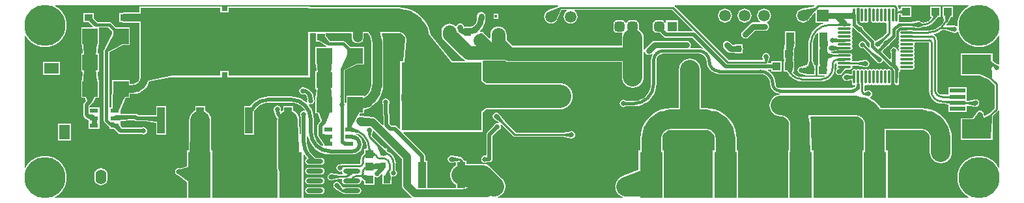
<source format=gtl>
%FSAX24Y24*%
%MOIN*%
G70*
G01*
G75*
G04 Layer_Physical_Order=1*
G04 Layer_Color=255*
%ADD10C,0.1000*%
%ADD11C,0.0100*%
%ADD12C,0.1200*%
%ADD13C,0.0200*%
%ADD14C,0.0300*%
%ADD15C,0.0400*%
%ADD16C,0.0150*%
%ADD17C,0.0500*%
%ADD18O,0.0709X0.0118*%
%ADD19O,0.0118X0.0709*%
%ADD20R,0.0413X0.0394*%
%ADD21R,0.0433X0.0669*%
%ADD22R,0.1181X0.2362*%
%ADD23R,0.0276X0.0354*%
%ADD24R,0.0374X0.0394*%
%ADD25R,0.0118X0.0157*%
%ADD26R,0.0394X0.0413*%
%ADD27O,0.0866X0.0236*%
%ADD28R,0.0787X0.0787*%
%ADD29R,0.0394X0.0374*%
%ADD30R,0.0433X0.0236*%
%ADD31R,0.1496X0.0984*%
%ADD32R,0.0787X0.0197*%
%ADD33R,0.0315X0.0315*%
%ADD34R,0.4110X0.3504*%
%ADD35R,0.0394X0.1339*%
%ADD36C,0.0150*%
%ADD37C,0.3000*%
%ADD38C,0.0700*%
%ADD39R,0.0550X0.0750*%
%ADD40O,0.0550X0.0750*%
%ADD41R,0.0750X0.0550*%
%ADD42O,0.0750X0.0550*%
%ADD43C,0.0591*%
%ADD44R,0.0591X0.0591*%
%ADD45C,0.0748*%
%ADD46C,0.2100*%
G04:AMPARAMS|DCode=47|XSize=51mil|YSize=51mil|CornerRadius=12.8mil|HoleSize=0mil|Usage=FLASHONLY|Rotation=0.000|XOffset=0mil|YOffset=0mil|HoleType=Round|Shape=RoundedRectangle|*
%AMROUNDEDRECTD47*
21,1,0.0510,0.0255,0,0,0.0*
21,1,0.0255,0.0510,0,0,0.0*
1,1,0.0255,0.0128,-0.0128*
1,1,0.0255,-0.0128,-0.0128*
1,1,0.0255,-0.0128,0.0128*
1,1,0.0255,0.0128,0.0128*
%
%ADD47ROUNDEDRECTD47*%
%ADD48R,0.0510X0.0510*%
%ADD49C,0.0250*%
%ADD50C,0.0700*%
G36*
X040477Y009902D02*
X040453Y009858D01*
X039879Y009756D01*
X039807Y009746D01*
X039764Y009728D01*
X039755Y009725D01*
X039754Y009724D01*
X039721Y009710D01*
X039647Y009653D01*
X039590Y009579D01*
X039554Y009493D01*
X039542Y009400D01*
X039554Y009307D01*
X039590Y009221D01*
X039647Y009147D01*
X039721Y009090D01*
X039807Y009054D01*
X039900Y009042D01*
X039993Y009054D01*
X040079Y009090D01*
X040110Y009113D01*
X040111Y009114D01*
X040118Y009120D01*
X040153Y009147D01*
X040203Y009211D01*
X040498Y009566D01*
X040545Y009549D01*
Y009045D01*
X040950D01*
X040955Y008995D01*
X040941Y008992D01*
X040780Y008925D01*
X040631Y008833D01*
X040498Y008720D01*
X040384Y008587D01*
X040293Y008438D01*
X040226Y008277D01*
X040185Y008107D01*
X040172Y007933D01*
X040173D01*
Y007114D01*
X040094Y006857D01*
X040018D01*
Y006819D01*
X039800Y006789D01*
X039800Y006789D01*
X039800Y006789D01*
X039768Y006784D01*
X039755Y006780D01*
X039728Y006774D01*
X039667Y006733D01*
X039626Y006672D01*
X039611Y006600D01*
X039626Y006528D01*
X039667Y006467D01*
X039728Y006426D01*
X039755Y006420D01*
X039768Y006416D01*
X039800Y006411D01*
X039800Y006411D01*
X039800Y006411D01*
X040018Y006381D01*
Y006343D01*
X040262D01*
X040262Y006343D01*
X040262Y006343D01*
X040552D01*
Y006857D01*
X040476D01*
X040397Y007114D01*
Y007933D01*
X040396Y007938D01*
X040413Y008106D01*
X040463Y008273D01*
X040546Y008427D01*
X040608Y008503D01*
X040655Y008486D01*
Y008102D01*
X040654Y008095D01*
X040655Y008073D01*
Y007805D01*
X040667D01*
X040669Y007760D01*
X040655Y007745D01*
X040655D01*
Y007250D01*
X040654Y007241D01*
X040654Y007241D01*
X040654Y007241D01*
X040655Y007222D01*
X040655Y007222D01*
X040655Y007220D01*
X040655Y007220D01*
X040655Y007219D01*
Y006955D01*
X040671D01*
X040675Y006886D01*
X040648Y006857D01*
X040648D01*
Y006343D01*
X040997D01*
X041007Y006294D01*
X040964Y006276D01*
X040853Y006262D01*
X040850Y006262D01*
X039815D01*
X039810Y006261D01*
X039675Y006279D01*
X039545Y006333D01*
X039433Y006418D01*
X039372Y006498D01*
X039394Y006543D01*
X039432D01*
Y006783D01*
X039433Y006792D01*
X039432Y006815D01*
X039432Y006822D01*
X039432Y006825D01*
X039432Y006826D01*
Y007057D01*
X039419D01*
X039413Y007173D01*
X039432Y007193D01*
X039432D01*
Y007424D01*
X039432Y007425D01*
X039432Y007441D01*
Y007459D01*
X039432Y007475D01*
X039432Y007476D01*
Y007646D01*
X039461Y007805D01*
X039508D01*
Y008056D01*
X039508Y008057D01*
X039508Y008074D01*
Y008595D01*
X038955D01*
Y008109D01*
X038955Y008109D01*
X038955Y008087D01*
X038955Y008086D01*
X038955Y008084D01*
X038952Y007707D01*
X038898D01*
Y007193D01*
X038901D01*
X038934Y007156D01*
X038924Y007057D01*
X038898D01*
Y006821D01*
X038897Y006808D01*
X038898Y006792D01*
Y006543D01*
X039053D01*
X039164Y006405D01*
X039180Y006376D01*
X039275Y006260D01*
X039391Y006165D01*
X039523Y006094D01*
X039666Y006051D01*
X039815Y006036D01*
Y006038D01*
X040850D01*
Y006037D01*
X040979Y006050D01*
X041104Y006087D01*
X041218Y006149D01*
X041319Y006231D01*
X041401Y006332D01*
X041463Y006446D01*
X041500Y006571D01*
X041513Y006700D01*
X041512D01*
Y006900D01*
X041512D01*
X041521Y006942D01*
X041562Y006969D01*
X041589Y006964D01*
X041598Y006918D01*
X041624Y006878D01*
Y006853D01*
X041598Y006814D01*
X041589Y006767D01*
X041598Y006721D01*
X041621Y006686D01*
X041617Y006683D01*
X041576Y006622D01*
X041561Y006550D01*
X041576Y006478D01*
X041617Y006417D01*
X041678Y006376D01*
X041750Y006361D01*
X041822Y006376D01*
X041862Y006402D01*
X041862Y006402D01*
X041862Y006403D01*
X041883Y006417D01*
X041892Y006429D01*
X041894Y006432D01*
X042055Y006646D01*
X042301D01*
X042347Y006655D01*
X042387Y006681D01*
X042413Y006721D01*
X042422Y006767D01*
X042413Y006813D01*
X042445Y006852D01*
X042663D01*
X043068Y006766D01*
X043078Y006766D01*
X043100Y006761D01*
X043172Y006776D01*
X043233Y006817D01*
X043274Y006878D01*
X043289Y006950D01*
X043274Y007022D01*
X043233Y007083D01*
X043172Y007124D01*
X043100Y007139D01*
X043085Y007136D01*
X043080Y007136D01*
X042666Y007076D01*
X042445D01*
X042413Y007115D01*
X042422Y007161D01*
X042413Y007207D01*
X042387Y007247D01*
Y007272D01*
X042413Y007311D01*
X042422Y007358D01*
X042413Y007404D01*
X042387Y007444D01*
X042347Y007470D01*
X042301Y007479D01*
X041710D01*
X041664Y007470D01*
X041466D01*
X041320Y007516D01*
X041332Y007565D01*
X041350Y007561D01*
X041368Y007565D01*
X041376Y007565D01*
X041382Y007566D01*
X041382Y007566D01*
X041383Y007566D01*
X041742Y007630D01*
X042301D01*
X042347Y007639D01*
X042387Y007666D01*
X042413Y007705D01*
X042422Y007752D01*
X042413Y007798D01*
X042387Y007837D01*
Y007863D01*
X042413Y007902D01*
X042422Y007948D01*
X042413Y007995D01*
X042387Y008034D01*
Y008059D01*
X042413Y008099D01*
X042422Y008145D01*
X042413Y008192D01*
X042387Y008231D01*
Y008256D01*
X042413Y008296D01*
X042422Y008342D01*
X042413Y008389D01*
X042387Y008428D01*
Y008453D01*
X042413Y008493D01*
X042422Y008539D01*
X042413Y008585D01*
X042387Y008625D01*
Y008650D01*
X042413Y008689D01*
X042422Y008736D01*
X042415Y008771D01*
X042459Y008794D01*
X042626Y008628D01*
X042626Y008628D01*
X042667Y008567D01*
X042728Y008526D01*
X042792Y008513D01*
X043302Y008003D01*
Y007842D01*
X043310Y007802D01*
X043266Y007779D01*
X043127Y007918D01*
X043114Y007982D01*
X043073Y008043D01*
X043012Y008084D01*
X042940Y008099D01*
X042868Y008084D01*
X042807Y008043D01*
X042766Y007982D01*
X042751Y007910D01*
X042766Y007838D01*
X042807Y007777D01*
X042868Y007736D01*
X042940Y007721D01*
X042995Y007732D01*
X043350Y007378D01*
X043661Y007025D01*
X043667Y007017D01*
X043728Y006976D01*
X043800Y006961D01*
X043872Y006976D01*
X043933Y007017D01*
X043974Y007078D01*
X043976Y007085D01*
X044024Y007099D01*
X044316Y006808D01*
X044360Y006778D01*
X044370Y006776D01*
X044433Y006713D01*
X044435Y006710D01*
X044514Y006631D01*
X044517Y006616D01*
X044542Y006579D01*
Y006283D01*
X044553Y006231D01*
X044561Y006218D01*
Y005960D01*
X044571Y005914D01*
X044597Y005874D01*
X044636Y005848D01*
X044683Y005839D01*
X044729Y005848D01*
X044769Y005874D01*
X044795Y005914D01*
X044804Y005960D01*
Y006226D01*
X044807Y006231D01*
X044818Y006283D01*
Y006504D01*
X044820Y006505D01*
X044856Y006558D01*
X044868Y006621D01*
D01*
D01*
D01*
X044868Y006621D01*
X044868Y006621D01*
X044877Y006650D01*
D01*
X044899Y006646D01*
X045490D01*
X045536Y006655D01*
X045576Y006681D01*
X045602Y006721D01*
X045611Y006767D01*
X045602Y006814D01*
X045576Y006853D01*
Y006878D01*
X045602Y006918D01*
X045611Y006964D01*
X045602Y007011D01*
X045576Y007050D01*
Y007075D01*
X045602Y007115D01*
X045611Y007161D01*
X045602Y007207D01*
X045576Y007247D01*
Y007272D01*
X045602Y007311D01*
X045611Y007358D01*
X045602Y007404D01*
X045576Y007444D01*
Y007469D01*
X045602Y007508D01*
X045611Y007555D01*
X045602Y007601D01*
X045576Y007641D01*
Y007666D01*
X045602Y007705D01*
X045611Y007752D01*
X045602Y007798D01*
X045576Y007837D01*
Y007863D01*
X045602Y007902D01*
X045611Y007948D01*
X045602Y007994D01*
X045634Y008033D01*
X046349D01*
Y005903D01*
X046349Y005903D01*
X046349D01*
Y005538D01*
X046348D01*
X046361Y005411D01*
X046398Y005289D01*
X046458Y005176D01*
X046539Y005078D01*
X046638Y004997D01*
X046751Y004936D01*
X046873Y004899D01*
X047000Y004887D01*
Y004888D01*
X047096D01*
X047346Y004847D01*
Y004777D01*
Y004462D01*
X048254D01*
Y004775D01*
X048256Y004777D01*
X048460Y004777D01*
X048694Y004735D01*
X048702Y004735D01*
X048720Y004731D01*
X048792Y004746D01*
X048853Y004787D01*
X048894Y004848D01*
X048909Y004920D01*
X048894Y004992D01*
X048853Y005053D01*
X048792Y005094D01*
X048720Y005109D01*
X048702Y005105D01*
X048694Y005105D01*
X048322Y005039D01*
X048254Y005041D01*
Y005092D01*
Y005407D01*
Y005723D01*
X047346D01*
Y005407D01*
Y005362D01*
X047000D01*
X046996Y005361D01*
X046908Y005379D01*
X046831Y005431D01*
X046779Y005508D01*
X046761Y005596D01*
X046762Y005600D01*
Y008150D01*
X046763D01*
X046752Y008231D01*
X046721Y008306D01*
X046671Y008371D01*
X046606Y008421D01*
X046610Y008468D01*
X046659Y008480D01*
X046820Y008547D01*
X046969Y008638D01*
X047005Y008668D01*
X047171D01*
X047573Y008529D01*
X047578Y008526D01*
X047588Y008524D01*
X047594Y008521D01*
X047611Y008519D01*
X047650Y008511D01*
X047722Y008526D01*
X047783Y008567D01*
X047789Y008575D01*
X047838Y008567D01*
X047841Y008556D01*
X047908Y008395D01*
X047999Y008246D01*
X048113Y008113D01*
X048246Y007999D01*
X048395Y007908D01*
X048556Y007841D01*
X048726Y007800D01*
X048900Y007787D01*
X049074Y007800D01*
X049244Y007841D01*
X049405Y007908D01*
X049554Y007999D01*
X049687Y008113D01*
X049801Y008246D01*
X049886Y008384D01*
X049934Y008370D01*
Y006945D01*
X049901Y006904D01*
X049891Y006898D01*
X049885Y006901D01*
X049872Y006909D01*
X049865Y006911D01*
X049697Y006996D01*
X049592Y007097D01*
Y007456D01*
X047976D01*
Y006351D01*
X048939D01*
X049422Y006107D01*
X049688Y005841D01*
Y004659D01*
X049422Y004393D01*
X049195Y004278D01*
X049150Y004300D01*
X049132Y004392D01*
X049128Y004401D01*
X049124Y004422D01*
X049083Y004483D01*
X049022Y004524D01*
X048950Y004539D01*
X048878Y004524D01*
X048817Y004483D01*
X048808Y004470D01*
X048804Y004466D01*
X048567Y004149D01*
X047976D01*
Y003044D01*
X049592D01*
Y004028D01*
X049599Y004253D01*
X049879Y004533D01*
X049879Y004533D01*
X049886Y004543D01*
X049934Y004528D01*
Y001630D01*
X049886Y001616D01*
X049801Y001754D01*
X049687Y001887D01*
X049554Y002001D01*
X049405Y002092D01*
X049244Y002159D01*
X049074Y002200D01*
X048900Y002213D01*
X048726Y002200D01*
X048556Y002159D01*
X048395Y002092D01*
X048246Y002001D01*
X048113Y001887D01*
X047999Y001754D01*
X047908Y001605D01*
X047841Y001444D01*
X047800Y001274D01*
X047787Y001100D01*
X047800Y000926D01*
X047841Y000756D01*
X047908Y000595D01*
X047999Y000446D01*
X048113Y000313D01*
X048246Y000199D01*
X048384Y000114D01*
X048370Y000066D01*
X044232D01*
Y002491D01*
X044146D01*
Y003535D01*
X045950D01*
X045964Y003537D01*
X046064Y003524D01*
X046169Y003480D01*
X046260Y003410D01*
X046330Y003319D01*
X046374Y003214D01*
X046387Y003114D01*
X046385Y003100D01*
Y002400D01*
X046404Y002254D01*
X046461Y002118D01*
X046551Y002001D01*
X046668Y001911D01*
X046804Y001854D01*
X046950Y001835D01*
X047096Y001854D01*
X047232Y001911D01*
X047349Y002001D01*
X047439Y002118D01*
X047496Y002254D01*
X047515Y002400D01*
Y003100D01*
X047515Y003100D01*
X047496Y003345D01*
X047438Y003584D01*
X047344Y003810D01*
X047216Y004020D01*
X047056Y004207D01*
X046870Y004366D01*
X046660Y004494D01*
X046434Y004588D01*
X046195Y004646D01*
X045950Y004665D01*
X045950Y004665D01*
X043882D01*
X043881Y004665D01*
X043847Y004720D01*
X043688Y004906D01*
X043501Y005066D01*
X043334Y005169D01*
X043322Y005226D01*
X043383Y005267D01*
X043424Y005328D01*
X043439Y005400D01*
X043424Y005472D01*
X043383Y005533D01*
X043322Y005574D01*
X043250Y005589D01*
X043220Y005583D01*
X043203Y005581D01*
X043193Y005577D01*
X043178Y005574D01*
X043172Y005571D01*
X043064Y005535D01*
X043023Y005564D01*
Y005816D01*
X043062Y005848D01*
X043108Y005839D01*
X043154Y005848D01*
X043194Y005874D01*
X043219D01*
X043258Y005848D01*
X043305Y005839D01*
X043351Y005848D01*
X043391Y005874D01*
X043416D01*
X043455Y005848D01*
X043502Y005839D01*
X043548Y005848D01*
X043587Y005874D01*
X043613D01*
X043652Y005848D01*
X043698Y005839D01*
X043745Y005848D01*
X043784Y005874D01*
X043809D01*
X043849Y005848D01*
X043895Y005839D01*
X043942Y005848D01*
X043981Y005874D01*
X044006D01*
X044046Y005848D01*
X044092Y005839D01*
X044139Y005848D01*
X044178Y005874D01*
X044203D01*
X044243Y005848D01*
X044289Y005839D01*
X044335Y005848D01*
X044375Y005874D01*
X044401Y005914D01*
X044410Y005960D01*
Y006551D01*
X044401Y006597D01*
X044375Y006637D01*
X044335Y006663D01*
X044289Y006672D01*
X044243Y006663D01*
X044203Y006637D01*
X044178D01*
X044139Y006663D01*
X044092Y006672D01*
X044046Y006663D01*
X044006Y006637D01*
X043981D01*
X043942Y006663D01*
X043895Y006672D01*
X043849Y006663D01*
X043809Y006637D01*
X043784D01*
X043745Y006663D01*
X043698Y006672D01*
X043652Y006663D01*
X043613Y006637D01*
X043587D01*
X043548Y006663D01*
X043502Y006672D01*
X043455Y006663D01*
X043416Y006637D01*
X043391D01*
X043351Y006663D01*
X043305Y006672D01*
X043258Y006663D01*
X043219Y006637D01*
X043194D01*
X043154Y006663D01*
X043108Y006672D01*
X043061Y006663D01*
X043022Y006637D01*
X042997D01*
X042957Y006663D01*
X042911Y006672D01*
X042865Y006663D01*
X042825Y006637D01*
X042800D01*
X042761Y006663D01*
X042714Y006672D01*
X042668Y006663D01*
X042628Y006637D01*
X042603D01*
X042564Y006663D01*
X042517Y006672D01*
X042471Y006663D01*
X042431Y006637D01*
X042405Y006597D01*
X042396Y006551D01*
Y006428D01*
X042358Y006396D01*
X042124Y006435D01*
X042117Y006435D01*
X042100Y006439D01*
X042028Y006424D01*
X041967Y006383D01*
X041926Y006322D01*
X041911Y006250D01*
X041926Y006178D01*
X041967Y006117D01*
X042028Y006076D01*
X042100Y006061D01*
X042120Y006065D01*
X042129Y006065D01*
X042357Y006110D01*
X042396Y006078D01*
Y005960D01*
X042405Y005914D01*
X042431Y005874D01*
X042471Y005848D01*
X042517Y005839D01*
X042517Y005839D01*
X042517Y005839D01*
X042555Y005826D01*
X042563Y005818D01*
X042556Y005769D01*
X042409Y005688D01*
X038700D01*
X038696Y005687D01*
X038618Y005702D01*
X038549Y005749D01*
X038502Y005818D01*
X038487Y005896D01*
X038488Y005900D01*
X038489D01*
X038474Y006054D01*
X038429Y006202D01*
X038356Y006338D01*
X038258Y006458D01*
X038138Y006556D01*
X038077Y006588D01*
X038090Y006637D01*
X038268D01*
Y006543D01*
X038802D01*
Y007057D01*
X038268D01*
Y006963D01*
X038162D01*
X038142Y006967D01*
X038142Y006967D01*
X038116Y007009D01*
X038174Y007227D01*
X038174Y007228D01*
X038176Y007234D01*
X038183Y007262D01*
X038184Y007275D01*
X038189Y007300D01*
X038174Y007372D01*
X038133Y007433D01*
X038072Y007474D01*
X038000Y007489D01*
X037928Y007474D01*
X037867Y007433D01*
X037826Y007372D01*
X037811Y007300D01*
X037816Y007275D01*
X037817Y007262D01*
X037824Y007234D01*
X037826Y007228D01*
X037826Y007227D01*
X037844Y007162D01*
X037813Y007122D01*
X036086D01*
X033324Y009885D01*
X033322Y009886D01*
X033337Y009934D01*
X040464D01*
X040477Y009902D01*
D02*
G37*
G36*
X017672Y008449D02*
X017736Y008330D01*
X017775Y008201D01*
X017788Y008071D01*
X017787Y008067D01*
Y005850D01*
X017788Y005846D01*
X017775Y005716D01*
X017736Y005587D01*
X017672Y005468D01*
X017587Y005363D01*
X017484Y005279D01*
X017464Y005275D01*
X017428Y005304D01*
Y005304D01*
X016521D01*
Y004932D01*
X016472Y004922D01*
X016435Y004977D01*
Y005257D01*
X016434Y005262D01*
X016439Y005300D01*
X016438D01*
X016435Y005313D01*
Y006586D01*
X017075Y006896D01*
X017428D01*
Y007804D01*
X016716D01*
X016464Y008055D01*
X016419Y008085D01*
X016367Y008096D01*
X015665D01*
X015479Y008378D01*
Y008504D01*
X016738D01*
X016750Y008502D01*
X016752Y008502D01*
X016790Y008469D01*
Y008300D01*
X016800Y008219D01*
X016832Y008144D01*
X016846Y008126D01*
Y008053D01*
X016915D01*
X016946Y008029D01*
X017021Y007998D01*
X017102Y007987D01*
X017183Y007998D01*
X017259Y008029D01*
X017290Y008053D01*
X017359D01*
Y008126D01*
X017373Y008144D01*
X017404Y008219D01*
X017415Y008300D01*
Y008504D01*
X017628D01*
X017672Y008449D01*
D02*
G37*
G36*
X019287Y008493D02*
X019369Y008460D01*
X019439Y008406D01*
X019493Y008336D01*
X019526Y008254D01*
X019536Y008182D01*
X019445Y007070D01*
X019285D01*
Y003624D01*
X019239Y003605D01*
X019113Y003730D01*
X019060Y003766D01*
X018998Y003778D01*
X018850D01*
X018748Y003880D01*
Y004315D01*
X018748Y004315D01*
X018736Y004378D01*
X018713Y004411D01*
Y004881D01*
X018724Y004898D01*
X018739Y004970D01*
X018724Y005042D01*
X018683Y005104D01*
X018622Y005144D01*
X018550Y005159D01*
X018478Y005144D01*
X018417Y005104D01*
X018376Y005042D01*
X018361Y004970D01*
X018376Y004898D01*
X018387Y004881D01*
Y004350D01*
X018399Y004288D01*
X018422Y004254D01*
Y003812D01*
D01*
X018422D01*
Y003811D01*
X018378Y003787D01*
X018045Y004120D01*
X018029Y004133D01*
X018014Y004147D01*
X018002Y004154D01*
X017991Y004162D01*
X017985Y004164D01*
X017972Y004170D01*
X017954Y004180D01*
X017940Y004183D01*
X017927Y004188D01*
X017907Y004191D01*
X017887Y004196D01*
X017278Y004261D01*
X017264Y004260D01*
X017250Y004262D01*
X017230Y004260D01*
X017213Y004259D01*
X017206Y004272D01*
X017194Y004313D01*
X017241Y004396D01*
X017428D01*
Y004582D01*
X017506Y004600D01*
X017697Y004679D01*
X017736Y004703D01*
X017742Y004706D01*
X017764Y004720D01*
X017872Y004787D01*
X018029Y004921D01*
X018163Y005078D01*
X018271Y005253D01*
X018350Y005444D01*
X018398Y005644D01*
X018414Y005850D01*
X018413D01*
Y008067D01*
X018414D01*
X018398Y008273D01*
X018352Y008465D01*
X018383Y008504D01*
X019200D01*
X019205Y008504D01*
X019287Y008493D01*
D02*
G37*
G36*
X019366Y002058D02*
Y000709D01*
X019366Y000709D01*
X019375Y000642D01*
X019401Y000578D01*
X019443Y000524D01*
X019852Y000115D01*
X019852Y000115D01*
X019853Y000114D01*
X019837Y000066D01*
X014319D01*
Y002278D01*
X014367Y002292D01*
X014409Y002224D01*
X014493Y002126D01*
X014486Y002076D01*
X014466Y002063D01*
X014427Y002004D01*
X014413Y001935D01*
X014427Y001865D01*
X014466Y001806D01*
X014525Y001767D01*
X014594Y001753D01*
X015224D01*
X015294Y001767D01*
X015353Y001806D01*
X015392Y001865D01*
X015406Y001935D01*
X015392Y002004D01*
X015353Y002063D01*
X015294Y002102D01*
X015224Y002116D01*
X014959D01*
X014758Y002317D01*
X014752Y002321D01*
X014652Y002442D01*
X014575Y002587D01*
X014559Y002638D01*
X014527Y002745D01*
X014512Y002901D01*
X014513Y002908D01*
Y003212D01*
X014563Y003218D01*
X014593Y003090D01*
X014663Y002922D01*
X014759Y002766D01*
X014877Y002627D01*
X015016Y002509D01*
X015172Y002413D01*
X015340Y002343D01*
X015518Y002301D01*
X015700Y002286D01*
Y002287D01*
X016850D01*
Y002286D01*
X016983Y002303D01*
X017107Y002355D01*
X017214Y002436D01*
X017295Y002543D01*
X017347Y002667D01*
X017364Y002800D01*
X017365D01*
X017346Y002946D01*
X017289Y003082D01*
X017199Y003199D01*
X017082Y003289D01*
X017032Y003310D01*
X017045Y003358D01*
X017129Y003348D01*
X017194Y003313D01*
X017329Y003203D01*
X017439Y003068D01*
X017522Y002914D01*
X017572Y002748D01*
X017585Y002619D01*
X017551Y002582D01*
X017443D01*
Y002344D01*
X017381Y002297D01*
X017309Y002203D01*
X017264Y002094D01*
X017248Y001977D01*
X017250D01*
Y001977D01*
Y001832D01*
X017250D01*
X017240Y001809D01*
X017217Y001799D01*
Y001799D01*
X016287D01*
X016244Y001790D01*
X016232Y001782D01*
X016200Y001789D01*
X016128Y001774D01*
X016067Y001733D01*
X016026Y001672D01*
X016011Y001600D01*
X016026Y001528D01*
X016067Y001467D01*
X016128Y001426D01*
X016200Y001411D01*
X016269Y001425D01*
X016310Y001397D01*
X016316Y001365D01*
X016347Y001319D01*
X016324Y001275D01*
X016164D01*
X015751Y001336D01*
X015746Y001336D01*
X015731Y001339D01*
X015659Y001324D01*
X015597Y001283D01*
X015556Y001222D01*
X015542Y001150D01*
X015556Y001078D01*
X015597Y001017D01*
X015659Y000976D01*
X015731Y000961D01*
X015752Y000966D01*
X015763Y000966D01*
X016168Y001051D01*
X016294D01*
X016318Y001006D01*
X016316Y001004D01*
X016303Y000935D01*
X016316Y000865D01*
X016356Y000806D01*
X016415Y000767D01*
X016484Y000753D01*
X017114D01*
X017184Y000767D01*
X017243Y000806D01*
X017282Y000865D01*
X017296Y000935D01*
X017291Y000960D01*
X017333Y000986D01*
X017443Y000900D01*
Y000748D01*
X017957D01*
Y001120D01*
X018001Y001144D01*
X018028Y001126D01*
X018100Y001111D01*
X018172Y001126D01*
X018233Y001167D01*
X018274Y001228D01*
X018278Y001246D01*
X018322Y001270D01*
X018353Y001257D01*
Y000758D01*
X018847D01*
Y000995D01*
X018847Y000996D01*
X018847Y001001D01*
Y001017D01*
X018848Y001033D01*
X018847Y001043D01*
Y001139D01*
X018886Y001171D01*
X018940Y001160D01*
X019012Y001174D01*
X019073Y001215D01*
X019114Y001277D01*
X019129Y001349D01*
X019114Y001421D01*
X019073Y001482D01*
X019052Y001496D01*
Y001835D01*
X019053D01*
X019041Y001962D01*
X019016Y002045D01*
X019015Y002050D01*
X019013Y002056D01*
X019011Y002059D01*
X019003Y002085D01*
X018943Y002198D01*
X018862Y002297D01*
X018763Y002378D01*
X018650Y002438D01*
X018640Y002441D01*
X018617Y002463D01*
Y002592D01*
X018486D01*
X018165Y002884D01*
X017822Y003227D01*
X017877Y003484D01*
X017925Y003499D01*
X019366Y002058D01*
D02*
G37*
G36*
X035045Y003524D02*
X035151Y003480D01*
X035242Y003410D01*
X035311Y003319D01*
X035355Y003214D01*
X035368Y003114D01*
X035367Y003100D01*
Y002491D01*
X035281D01*
Y000066D01*
X032782D01*
Y002491D01*
X032696D01*
Y003100D01*
X032695Y003114D01*
X032708Y003214D01*
X032752Y003319D01*
X032821Y003410D01*
X032912Y003480D01*
X033018Y003524D01*
X033118Y003537D01*
X033131Y003535D01*
X034931D01*
X034945Y003537D01*
X035045Y003524D01*
D02*
G37*
G36*
X027356Y009885D02*
X026914Y009697D01*
X026907Y009696D01*
X026821Y009660D01*
X026792Y009638D01*
X026783Y009632D01*
X026782Y009630D01*
X026747Y009603D01*
X026690Y009529D01*
X026654Y009443D01*
X026642Y009350D01*
X026654Y009257D01*
X026690Y009171D01*
X026747Y009097D01*
X026821Y009040D01*
X026907Y009004D01*
X027000Y008992D01*
X027093Y009004D01*
X027179Y009040D01*
X027253Y009097D01*
X027280Y009132D01*
X027282Y009133D01*
X027288Y009142D01*
X027310Y009171D01*
X027346Y009257D01*
X027347Y009264D01*
X027529Y009693D01*
X027786D01*
X027802Y009646D01*
X027747Y009603D01*
X027690Y009529D01*
X027654Y009443D01*
X027642Y009350D01*
X027654Y009257D01*
X027690Y009171D01*
X027747Y009097D01*
X027821Y009040D01*
X027907Y009004D01*
X028000Y008992D01*
X028093Y009004D01*
X028179Y009040D01*
X028253Y009097D01*
X028310Y009171D01*
X028346Y009257D01*
X028358Y009350D01*
X028346Y009443D01*
X028310Y009529D01*
X028253Y009603D01*
X028198Y009646D01*
X028214Y009693D01*
X033198D01*
X034247Y008644D01*
X034228Y008598D01*
X033505D01*
Y009165D01*
X032875D01*
Y009050D01*
X032825Y009045D01*
X032824Y009051D01*
X032783Y009113D01*
X032721Y009154D01*
X032648Y009169D01*
X032392D01*
X032319Y009154D01*
X032257Y009113D01*
X032216Y009051D01*
X032201Y008978D01*
Y008723D01*
X032216Y008649D01*
X032257Y008587D01*
X032319Y008546D01*
X032392Y008531D01*
X032542D01*
X032753Y008320D01*
X032806Y008284D01*
X032869Y008272D01*
X034247D01*
X034769Y007750D01*
X034744Y007707D01*
X034684Y007725D01*
X034550Y007738D01*
Y007738D01*
X034147D01*
X034124Y007782D01*
X034148Y007818D01*
X034164Y007900D01*
X034148Y007982D01*
X034101Y008051D01*
X034032Y008098D01*
X033950Y008114D01*
X032300D01*
X032218Y008098D01*
X032149Y008051D01*
X031849Y007751D01*
X031802Y007682D01*
X031800Y007669D01*
X031750Y007674D01*
Y008250D01*
X031731Y008396D01*
X031674Y008532D01*
X031584Y008649D01*
X031497Y008716D01*
X031499Y008723D01*
Y008978D01*
X031484Y009051D01*
X031443Y009113D01*
X031381Y009154D01*
X031307Y009169D01*
X031052D01*
X030979Y009154D01*
X030917Y009113D01*
X030876Y009051D01*
X030870Y009021D01*
X030820D01*
X030814Y009051D01*
X030773Y009113D01*
X030711Y009154D01*
X030638Y009169D01*
X030382D01*
X030309Y009154D01*
X030247Y009113D01*
X030206Y009051D01*
X030191Y008978D01*
Y008723D01*
X030206Y008649D01*
X030247Y008587D01*
X030309Y008546D01*
X030382Y008531D01*
X030638D01*
X030649Y008534D01*
X030680Y008495D01*
X030639Y008396D01*
X030620Y008250D01*
Y007864D01*
X025021D01*
X024724Y008161D01*
Y008429D01*
X024709Y008536D01*
X024668Y008636D01*
X024602Y008721D01*
X024517Y008787D01*
X024417Y008828D01*
X024310Y008842D01*
X024203Y008828D01*
X024103Y008787D01*
X024018Y008721D01*
X023952Y008636D01*
X023911Y008536D01*
X023896Y008429D01*
Y008261D01*
X023850Y008242D01*
X023652Y008440D01*
X023566Y008506D01*
X023545Y008515D01*
Y008567D01*
X023376D01*
X023359Y008615D01*
X023380Y008632D01*
X023490Y008766D01*
X023572Y008920D01*
X023623Y009087D01*
X023640Y009261D01*
X023640D01*
Y009374D01*
X023624Y009456D01*
X023577Y009525D01*
X023508Y009571D01*
X023426Y009588D01*
X023344Y009571D01*
X023275Y009525D01*
X023228Y009456D01*
X023212Y009374D01*
Y009354D01*
Y009261D01*
X023214Y009252D01*
X023199Y009141D01*
X023153Y009029D01*
X023079Y008932D01*
X023006Y008876D01*
X022863Y008842D01*
X022553D01*
X022548Y008870D01*
X022501Y008940D01*
X022432Y008986D01*
X022350Y009002D01*
X022268Y008986D01*
X022199Y008940D01*
X022155Y008875D01*
X022105Y008873D01*
X022102Y008877D01*
X022016Y008943D01*
X021917Y008984D01*
X021810Y008999D01*
X021703Y008984D01*
X021603Y008943D01*
X021517Y008877D01*
X021452Y008792D01*
X021410Y008692D01*
X021396Y008585D01*
Y008443D01*
X021396Y008443D01*
X021409Y008349D01*
X021410Y008336D01*
X021422Y008307D01*
X021452Y008236D01*
X021517Y008151D01*
X022460Y007208D01*
X022460Y007208D01*
X022526Y007157D01*
X022546Y007142D01*
X022572Y007131D01*
X022591Y007085D01*
X022585Y007070D01*
X021940D01*
X020840Y008430D01*
X020807Y008598D01*
X020737Y008804D01*
X020641Y008999D01*
X020520Y009180D01*
X020376Y009343D01*
X020213Y009487D01*
X020032Y009608D01*
X019837Y009704D01*
X019631Y009774D01*
X019417Y009816D01*
X019200Y009831D01*
Y009830D01*
X014665D01*
Y009870D01*
X010435D01*
Y009623D01*
X010165D01*
Y009870D01*
X005935D01*
Y009562D01*
X005165D01*
X005097Y009553D01*
X005082Y009547D01*
X004908D01*
Y009341D01*
X004903Y009300D01*
X004908Y009259D01*
Y009053D01*
X005082D01*
X005097Y009047D01*
X005165Y009038D01*
X005935D01*
Y006246D01*
X005935D01*
X005937Y006244D01*
X005926Y006163D01*
X005893Y006081D01*
X005839Y006011D01*
X005769Y005957D01*
X005687Y005924D01*
X005601Y005912D01*
X005600Y005912D01*
X005441D01*
Y006104D01*
X004534D01*
Y005694D01*
X004533Y005693D01*
X004530Y005401D01*
X004518Y005344D01*
Y004702D01*
X004405D01*
D01*
X004405D01*
X004388Y004719D01*
Y007541D01*
X005092Y007896D01*
X005441D01*
Y008804D01*
X004728D01*
X004502Y009030D01*
X004457Y009060D01*
X004404Y009071D01*
X003834D01*
X003814Y009084D01*
X003766Y009093D01*
X003592Y009277D01*
Y009547D01*
X003078D01*
Y009053D01*
X003343D01*
X003546Y008850D01*
X003527Y008804D01*
X002959D01*
Y008371D01*
X002957Y008352D01*
X002959Y008328D01*
Y007896D01*
X002996D01*
X003032Y007491D01*
X002998Y007454D01*
X002959D01*
Y006546D01*
X002998D01*
X003032Y006509D01*
X002996Y006104D01*
X002959D01*
Y005672D01*
X002957Y005648D01*
X002959Y005629D01*
Y005196D01*
X003138D01*
X003214Y005045D01*
X003107Y004937D01*
X003071Y004885D01*
X003059Y004822D01*
Y004331D01*
X003059Y004331D01*
X003059D01*
X003071Y004269D01*
X003107Y004216D01*
X003212Y004111D01*
X003212D01*
X003212Y004111D01*
X003212Y004111D01*
Y004111D01*
X003213Y004110D01*
X003214Y004109D01*
X003240Y004092D01*
X003265Y004075D01*
X003266Y004075D01*
X003268Y004074D01*
X003342Y004045D01*
Y003972D01*
X003342Y003972D01*
X003342Y003954D01*
X003342D01*
Y003598D01*
X003895D01*
Y003954D01*
D01*
Y003954D01*
X003895Y003954D01*
Y003972D01*
X003895D01*
Y004328D01*
D01*
Y004328D01*
X003895Y004328D01*
Y004346D01*
X003895D01*
Y004702D01*
X003385D01*
Y004755D01*
X003528Y004897D01*
X003531Y004902D01*
X003536Y004906D01*
X003546Y004924D01*
X003558Y004940D01*
X003687Y005196D01*
X003866D01*
Y005629D01*
X003868Y005648D01*
X003866Y005672D01*
Y006104D01*
X003829D01*
X003794Y006509D01*
X003827Y006546D01*
X003866D01*
Y007454D01*
X003827D01*
X003794Y007491D01*
X003829Y007896D01*
X003866D01*
Y008328D01*
X003868Y008352D01*
X003866Y008371D01*
Y008795D01*
X004347D01*
X004534Y008609D01*
Y008455D01*
X004163Y007720D01*
X004153Y007710D01*
X004123Y007665D01*
X004112Y007613D01*
X004112Y007613D01*
X004112D01*
X004112Y007613D01*
X004112D01*
Y004028D01*
X004123Y003975D01*
X004153Y003930D01*
X004303Y003780D01*
X004303Y003780D01*
X004319Y003769D01*
X004334Y003756D01*
X004405Y003717D01*
Y003598D01*
X004629D01*
X004842Y003385D01*
X004842D01*
X004842Y003385D01*
X004842D01*
X004842Y003385D01*
Y003385D01*
X004842Y003385D01*
Y003385D01*
X004854Y003377D01*
X004865Y003366D01*
X004881Y003359D01*
X004895Y003349D01*
X004909Y003346D01*
X004923Y003341D01*
X004940Y003340D01*
X004957Y003337D01*
X006061D01*
X006078Y003326D01*
X006150Y003311D01*
X006222Y003326D01*
X006283Y003367D01*
X006324Y003428D01*
X006339Y003500D01*
X006324Y003572D01*
X006283Y003633D01*
X006222Y003674D01*
X006150Y003689D01*
X006078Y003674D01*
X006061Y003663D01*
X005047D01*
X004958Y003801D01*
Y003954D01*
D01*
Y003954D01*
X004958Y003954D01*
Y003972D01*
X004958D01*
Y004000D01*
X005510Y004043D01*
X005685D01*
X005693Y004035D01*
X005746Y003999D01*
X005808Y003987D01*
X006223D01*
X006793Y003911D01*
Y003313D01*
X007307D01*
Y004771D01*
X006793D01*
Y004313D01*
X005876D01*
X005867Y004321D01*
X005815Y004357D01*
X005752Y004369D01*
X004958D01*
Y004528D01*
X005192Y005092D01*
X005252Y005196D01*
X005441D01*
Y005388D01*
X005600D01*
Y005386D01*
X005769Y005402D01*
X005931Y005452D01*
X006080Y005531D01*
X006211Y005639D01*
X006319Y005770D01*
X006398Y005919D01*
X006432Y006029D01*
X007509Y006246D01*
X010165D01*
Y006493D01*
X010435D01*
Y006246D01*
X014665D01*
Y008504D01*
X014966D01*
Y008053D01*
X015161D01*
X015500Y007852D01*
X015487Y007804D01*
X014946D01*
Y007376D01*
X014944Y007362D01*
X014946Y007334D01*
Y006896D01*
X014976D01*
X014997Y006590D01*
X014963Y006554D01*
X014946D01*
Y005646D01*
X014963D01*
X014997Y005610D01*
X014976Y005304D01*
X014946D01*
Y004866D01*
X014944Y004838D01*
X014946Y004824D01*
Y004396D01*
X015077D01*
X015213Y004001D01*
X015094Y003882D01*
X015059Y003829D01*
X015046Y003767D01*
Y003276D01*
X015049Y003264D01*
X015048Y003253D01*
X015049Y003249D01*
X015049Y003245D01*
X015055Y003230D01*
X015059Y003213D01*
X015065Y003204D01*
X015067Y003199D01*
X015069Y003193D01*
X015072Y003190D01*
X015073Y003186D01*
X015329Y002799D01*
Y002750D01*
X015286Y002724D01*
X015234Y002752D01*
X015107Y002857D01*
X015002Y002984D01*
X014925Y003129D01*
X014877Y003286D01*
X014862Y003443D01*
X014863Y003450D01*
Y004100D01*
X014864D01*
X014849Y004282D01*
X014807Y004460D01*
X014737Y004628D01*
X014641Y004784D01*
X014599Y004833D01*
X014628Y004876D01*
X014700Y004861D01*
X014772Y004876D01*
X014833Y004917D01*
X014874Y004978D01*
X014889Y005050D01*
X014874Y005122D01*
X014863Y005139D01*
Y005150D01*
X014865D01*
X014846Y005296D01*
X014789Y005432D01*
X014699Y005549D01*
X014582Y005639D01*
X014446Y005696D01*
X014407Y005701D01*
X014372Y005724D01*
X014300Y005739D01*
X014228Y005724D01*
X014167Y005683D01*
X014126Y005622D01*
X014111Y005550D01*
X014126Y005478D01*
X014167Y005417D01*
X014228Y005376D01*
X014300Y005361D01*
X014371Y005375D01*
X014392Y005371D01*
X014469Y005319D01*
X014492Y005285D01*
X014523Y005111D01*
X014511Y005050D01*
X014525Y004983D01*
X014482Y004958D01*
X014384Y005041D01*
X014228Y005137D01*
X014060Y005207D01*
X013882Y005249D01*
X013700Y005264D01*
Y005263D01*
X012550D01*
Y005264D01*
X012368Y005249D01*
X012190Y005207D01*
X012022Y005137D01*
X011866Y005041D01*
X011727Y004923D01*
X011609Y004784D01*
X011601Y004771D01*
X011293D01*
Y003313D01*
X011807D01*
Y004481D01*
X011852Y004566D01*
X011957Y004693D01*
X012084Y004798D01*
X012229Y004875D01*
X012386Y004923D01*
X012543Y004938D01*
X012550Y004937D01*
X013700D01*
X013707Y004938D01*
X013864Y004923D01*
X014021Y004875D01*
X014166Y004798D01*
X014293Y004693D01*
X014398Y004566D01*
X014399Y004563D01*
X014370Y004523D01*
X014350Y004526D01*
X014278Y004512D01*
X014217Y004471D01*
X014176Y004410D01*
X014161Y004338D01*
X014176Y004266D01*
X014187Y004249D01*
X014187Y004249D01*
X014187D01*
Y003613D01*
Y003327D01*
X014137Y003326D01*
X014115Y004059D01*
X014104Y004124D01*
X014096Y004188D01*
X014092Y004196D01*
X014091Y004205D01*
X014064Y004264D01*
X014039Y004325D01*
X014034Y004331D01*
X014030Y004339D01*
X013989Y004390D01*
X013949Y004442D01*
X013943Y004447D01*
X013937Y004453D01*
X013884Y004492D01*
X013832Y004531D01*
X013824Y004535D01*
X013817Y004540D01*
X013807Y004544D01*
Y004771D01*
X013293D01*
Y004542D01*
X013268Y004531D01*
X013261Y004526D01*
X013253Y004522D01*
X013212Y004489D01*
X013166Y004508D01*
X013166Y004528D01*
D01*
X013181Y004600D01*
X013166Y004672D01*
X013125Y004733D01*
X013064Y004774D01*
X012992Y004789D01*
X012920Y004774D01*
X012859Y004733D01*
X012818Y004672D01*
X012803Y004600D01*
X012818Y004528D01*
X012839Y004496D01*
X012843Y004459D01*
X012884Y004324D01*
X012950Y004199D01*
X012997Y004142D01*
X012994Y004107D01*
X012985Y004042D01*
Y003570D01*
Y001619D01*
X012985Y001619D01*
X013004Y001472D01*
X013018Y001440D01*
Y000066D01*
X009669D01*
Y002491D01*
X009615D01*
Y003570D01*
Y004042D01*
X009606Y004111D01*
X009598Y004181D01*
X009596Y004184D01*
X009596Y004188D01*
X009569Y004253D01*
X009543Y004318D01*
X009541Y004321D01*
X009539Y004325D01*
X009497Y004380D01*
X009455Y004436D01*
X009452Y004438D01*
X009449Y004442D01*
X009394Y004484D01*
X009339Y004527D01*
X009336Y004529D01*
X009332Y004531D01*
X009307Y004542D01*
Y004771D01*
X008793D01*
Y004543D01*
X008774Y004535D01*
X008771Y004533D01*
X008768Y004531D01*
X008712Y004489D01*
X008656Y004447D01*
X008654Y004444D01*
X008651Y004442D01*
X008608Y004386D01*
X008565Y004331D01*
X008563Y004328D01*
X008561Y004325D01*
X008534Y004260D01*
X008507Y004196D01*
X008506Y004192D01*
X008504Y004188D01*
X008495Y004119D01*
X008485Y004050D01*
X008463Y002491D01*
X008368D01*
Y001685D01*
X007991Y001581D01*
X007950Y001589D01*
X007878Y001574D01*
X007817Y001533D01*
X007776Y001472D01*
X007761Y001400D01*
X007776Y001328D01*
X007817Y001267D01*
X007878Y001226D01*
X007923Y001217D01*
X008368Y000885D01*
Y000066D01*
X001630D01*
X001616Y000114D01*
X001754Y000199D01*
X001887Y000313D01*
X002001Y000446D01*
X002092Y000595D01*
X002159Y000756D01*
X002200Y000926D01*
X002213Y001100D01*
X002200Y001274D01*
X002159Y001444D01*
X002092Y001605D01*
X002001Y001754D01*
X001887Y001887D01*
X001754Y002001D01*
X001605Y002092D01*
X001444Y002159D01*
X001274Y002200D01*
X001100Y002213D01*
X000926Y002200D01*
X000756Y002159D01*
X000595Y002092D01*
X000446Y002001D01*
X000313Y001887D01*
X000199Y001754D01*
X000114Y001616D01*
X000066Y001630D01*
Y008370D01*
X000114Y008384D01*
X000199Y008246D01*
X000313Y008113D01*
X000446Y007999D01*
X000595Y007908D01*
X000756Y007841D01*
X000926Y007800D01*
X001100Y007787D01*
X001274Y007800D01*
X001444Y007841D01*
X001605Y007908D01*
X001754Y007999D01*
X001887Y008113D01*
X002001Y008246D01*
X002092Y008395D01*
X002159Y008556D01*
X002200Y008726D01*
X002213Y008900D01*
X002200Y009074D01*
X002159Y009244D01*
X002092Y009405D01*
X002001Y009554D01*
X001887Y009687D01*
X001754Y009801D01*
X001616Y009886D01*
X001630Y009934D01*
X027346D01*
X027356Y009885D01*
D02*
G37*
G36*
X042695Y004224D02*
X042801Y004180D01*
X042892Y004110D01*
X042961Y004019D01*
X043005Y003914D01*
X043018Y003814D01*
X043017Y003800D01*
Y002491D01*
X042931D01*
Y000066D01*
X040432D01*
Y002491D01*
X040335D01*
X040315Y003809D01*
X040313Y003818D01*
X040296Y004045D01*
X040259Y004196D01*
X040290Y004235D01*
X042582D01*
X042595Y004237D01*
X042695Y004224D01*
D02*
G37*
G36*
X043384Y009758D02*
X043380Y009740D01*
Y009149D01*
X043389Y009103D01*
X043416Y009063D01*
X043455Y009037D01*
X043502Y009028D01*
X043548Y009037D01*
X043587Y009063D01*
X043613D01*
X043652Y009037D01*
X043698Y009028D01*
X043745Y009037D01*
X043784Y009063D01*
X043809D01*
X043849Y009037D01*
X043895Y009028D01*
X043942Y009037D01*
X043981Y009063D01*
X044006D01*
X044046Y009037D01*
X044092Y009028D01*
X044138Y009037D01*
X044177Y009005D01*
Y008790D01*
Y008535D01*
X043989Y008347D01*
X043597Y008106D01*
X043588Y008097D01*
X043567Y008113D01*
Y008113D01*
X043567Y008113D01*
X043537Y008157D01*
X043537Y008157D01*
X042987Y008708D01*
X042974Y008772D01*
X042933Y008833D01*
X042872Y008874D01*
X042800Y008889D01*
X042789Y008887D01*
X042655Y008996D01*
Y009423D01*
X042659Y009444D01*
X042643Y009526D01*
X042639Y009533D01*
Y009740D01*
X042635Y009758D01*
X042667Y009797D01*
X042762D01*
X042793Y009758D01*
X042790Y009740D01*
Y009149D01*
X042799Y009103D01*
X042825Y009063D01*
X042865Y009037D01*
X042911Y009028D01*
X042957Y009037D01*
X042997Y009063D01*
X043022D01*
X043061Y009037D01*
X043108Y009028D01*
X043154Y009037D01*
X043194Y009063D01*
X043220Y009103D01*
X043229Y009149D01*
Y009740D01*
X043226Y009758D01*
X043257Y009797D01*
X043352D01*
X043384Y009758D01*
D02*
G37*
G36*
X031802Y007518D02*
X031849Y007449D01*
X031918Y007402D01*
X032000Y007386D01*
X032082Y007402D01*
X032151Y007449D01*
X032170Y007468D01*
X032211Y007438D01*
X032160Y007344D01*
X032124Y007224D01*
X032112Y007100D01*
X032112D01*
Y005900D01*
X032114Y005894D01*
X032098Y005731D01*
X032048Y005569D01*
X031969Y005420D01*
X031861Y005289D01*
X031849Y005279D01*
X031847Y005278D01*
X031847Y005277D01*
X031730Y005181D01*
X031581Y005102D01*
X031419Y005052D01*
X031256Y005036D01*
X031250Y005038D01*
X030827D01*
X030772Y005074D01*
X030700Y005089D01*
X030628Y005074D01*
X030567Y005033D01*
X030526Y004972D01*
X030511Y004900D01*
X030526Y004828D01*
X030567Y004767D01*
X030628Y004726D01*
X030700Y004711D01*
X030772Y004726D01*
X030827Y004762D01*
X031250D01*
Y004761D01*
X031428Y004776D01*
X031602Y004817D01*
X031767Y004886D01*
X031919Y004979D01*
X032039Y005082D01*
X032040Y005082D01*
X032042Y005083D01*
X032043Y005084D01*
X032055Y005095D01*
X032171Y005231D01*
X032264Y005383D01*
X032333Y005548D01*
X032374Y005722D01*
X032389Y005900D01*
X032388D01*
Y007100D01*
X032387Y007102D01*
X032399Y007194D01*
X032436Y007282D01*
X032493Y007357D01*
X032568Y007414D01*
X032656Y007451D01*
X032748Y007463D01*
X032750Y007462D01*
X034550D01*
X034554Y007463D01*
X034657Y007449D01*
X034757Y007408D01*
X034842Y007342D01*
X034908Y007257D01*
X034949Y007157D01*
X034963Y007054D01*
X034962Y007050D01*
X034962D01*
X034974Y006926D01*
X035010Y006806D01*
X035069Y006696D01*
X035149Y006599D01*
X035246Y006519D01*
X035356Y006460D01*
X035476Y006424D01*
X035600Y006412D01*
Y006412D01*
X037700D01*
X037706Y006414D01*
X037833Y006397D01*
X037957Y006345D01*
X038064Y006264D01*
X038145Y006157D01*
X038197Y006033D01*
X038214Y005906D01*
X038212Y005900D01*
X038211D01*
X038227Y005773D01*
X038276Y005655D01*
X038354Y005554D01*
X038455Y005476D01*
X038573Y005427D01*
X038700Y005411D01*
Y005411D01*
X038729D01*
X038732Y005362D01*
X038604Y005346D01*
X038468Y005289D01*
X038351Y005199D01*
X038261Y005082D01*
X038204Y004946D01*
X038185Y004800D01*
X038204Y004654D01*
X038261Y004518D01*
X038351Y004401D01*
X038468Y004311D01*
X038604Y004254D01*
X038750Y004235D01*
X038777D01*
X038864Y004224D01*
X038969Y004180D01*
X039060Y004110D01*
X039130Y004019D01*
X039174Y003914D01*
X039187Y003814D01*
X039185Y003800D01*
Y002491D01*
X039131D01*
Y000066D01*
X036582D01*
Y002491D01*
X036496D01*
Y003100D01*
X036496Y003100D01*
X036477Y003345D01*
X036420Y003584D01*
X036326Y003810D01*
X036197Y004020D01*
X036038Y004207D01*
X035851Y004366D01*
X035642Y004494D01*
X035415Y004588D01*
X035176Y004646D01*
X034932Y004665D01*
X034931Y004665D01*
X034665D01*
Y006638D01*
X034646Y006784D01*
X034589Y006920D01*
X034499Y007037D01*
X034382Y007127D01*
X034246Y007184D01*
X034100Y007203D01*
X033954Y007184D01*
X033818Y007127D01*
X033701Y007037D01*
X033611Y006920D01*
X033554Y006784D01*
X033535Y006638D01*
Y004665D01*
X033131D01*
X033131Y004665D01*
X032887Y004646D01*
X032648Y004588D01*
X032421Y004494D01*
X032212Y004366D01*
X032025Y004207D01*
X031866Y004020D01*
X031737Y003810D01*
X031643Y003584D01*
X031586Y003345D01*
X031567Y003100D01*
X031567Y003100D01*
Y002491D01*
X031481D01*
Y001502D01*
X030772Y001226D01*
X030645Y001176D01*
X030607Y001156D01*
X030568Y001139D01*
X030543Y001120D01*
X030515Y001105D01*
X030485Y001075D01*
X030451Y001049D01*
X030432Y001025D01*
X030419Y001012D01*
X030409Y001003D01*
X030387Y000966D01*
X030364Y000937D01*
X030361Y000932D01*
X030349Y000904D01*
X030346Y000899D01*
X030333Y000877D01*
X030321Y000836D01*
X030304Y000796D01*
X030300Y000765D01*
X030292Y000735D01*
X030291Y000692D01*
X030285Y000650D01*
X030289Y000619D01*
X030289Y000588D01*
X030299Y000546D01*
X030304Y000504D01*
X030312Y000485D01*
X030316Y000475D01*
X030324Y000445D01*
X030344Y000407D01*
X030361Y000368D01*
X030361Y000368D01*
X030380Y000343D01*
X030395Y000316D01*
X030425Y000285D01*
X030451Y000251D01*
X030475Y000232D01*
X030497Y000209D01*
X030534Y000187D01*
X030568Y000161D01*
X030596Y000149D01*
X030623Y000133D01*
X030664Y000121D01*
X030677Y000115D01*
X030668Y000066D01*
X024282D01*
X024272Y000115D01*
X024295Y000125D01*
X024346Y000141D01*
X024363Y000153D01*
X024382Y000161D01*
X024425Y000193D01*
X024469Y000222D01*
X024483Y000238D01*
X024499Y000251D01*
X024532Y000293D01*
X024567Y000332D01*
X024576Y000351D01*
X024589Y000368D01*
X024610Y000417D01*
X024633Y000464D01*
X024638Y000485D01*
X024646Y000504D01*
X024653Y000557D01*
X024663Y000609D01*
X024662Y000629D01*
X024665Y000650D01*
X024658Y000703D01*
X024655Y000756D01*
X024648Y000776D01*
X024646Y000796D01*
X024625Y000845D01*
X024609Y000896D01*
X024597Y000913D01*
X024589Y000932D01*
X024557Y000975D01*
X024528Y001019D01*
X024512Y001033D01*
X024499Y001049D01*
X023907Y001642D01*
X023790Y001731D01*
X023654Y001788D01*
X023508Y001807D01*
X023508Y001807D01*
X022657D01*
Y001971D01*
X022546D01*
X022497Y002056D01*
X022492Y002062D01*
X022489Y002069D01*
X022483Y002073D01*
X022479Y002079D01*
X022479Y002079D01*
X022429Y002129D01*
X022393Y002154D01*
X022350Y002162D01*
X022350Y002162D01*
X022335D01*
X021926Y002235D01*
X021918Y002235D01*
X021900Y002239D01*
X021828Y002224D01*
X021767Y002183D01*
X021726Y002122D01*
X021711Y002050D01*
X021726Y001978D01*
X021767Y001917D01*
X021828Y001876D01*
X021900Y001861D01*
X021918Y001865D01*
X021926Y001865D01*
X022105Y001897D01*
X022143Y001865D01*
Y001743D01*
X022137Y001739D01*
X022118Y001731D01*
X022075Y001699D01*
X022031Y001670D01*
X022017Y001654D01*
X022001Y001642D01*
X021968Y001599D01*
X021933Y001560D01*
X021924Y001541D01*
X021911Y001525D01*
X021890Y001475D01*
X021867Y001428D01*
X021862Y001408D01*
X021854Y001388D01*
X021847Y001336D01*
X021837Y001284D01*
X021838Y001263D01*
X021835Y001242D01*
X021842Y001189D01*
X021845Y001136D01*
X021852Y001117D01*
X021854Y001096D01*
X021875Y001047D01*
X021891Y000996D01*
X021903Y000979D01*
X021911Y000960D01*
X021943Y000918D01*
X021972Y000873D01*
X021988Y000859D01*
X022001Y000843D01*
X022043Y000810D01*
X022082Y000775D01*
X022101Y000766D01*
X022118Y000753D01*
X022143Y000742D01*
Y000562D01*
X020657D01*
Y001971D01*
X020563D01*
Y002213D01*
X020551Y002275D01*
X020515Y002328D01*
X019444Y003400D01*
X019463Y003446D01*
X023515D01*
Y004448D01*
X023703Y004595D01*
X027431D01*
X027561Y004607D01*
X027685Y004645D01*
X027800Y004706D01*
X027900Y004789D01*
X027919Y004807D01*
X027920Y004809D01*
X027921Y004810D01*
X027961Y004859D01*
X028001Y004908D01*
X028002Y004909D01*
X028003Y004911D01*
X028033Y004967D01*
X028063Y005023D01*
X028063Y005024D01*
X028064Y005025D01*
X028082Y005086D01*
X028100Y005147D01*
X028101Y005149D01*
X028101Y005150D01*
X028107Y005213D01*
X028113Y005276D01*
X028113Y005278D01*
X028113Y005279D01*
X028107Y005343D01*
X028100Y005406D01*
X028100Y005407D01*
X028100Y005409D01*
X028081Y005470D01*
X028063Y005530D01*
X028062Y005532D01*
X028062Y005533D01*
X028031Y005589D01*
X028001Y005645D01*
X028000Y005646D01*
X028000Y005647D01*
X027959Y005696D01*
X027919Y005745D01*
X027918Y005746D01*
X027917Y005748D01*
X027868Y005787D01*
X027818Y005828D01*
X027817Y005829D01*
X027816Y005830D01*
X027760Y005859D01*
X027704Y005889D01*
X027702Y005890D01*
X027701Y005890D01*
X027640Y005908D01*
X027579Y005927D01*
X027578Y005927D01*
X027576Y005927D01*
X027513Y005933D01*
X027450Y005940D01*
X027448Y005939D01*
X027447Y005940D01*
X023702Y005922D01*
X023515Y006068D01*
Y007051D01*
X023515Y007051D01*
D01*
D01*
X023515Y007070D01*
D01*
X023532Y007086D01*
X024656D01*
X024702Y007068D01*
X024743Y007051D01*
X024755Y007049D01*
X024850Y007036D01*
X024850Y007036D01*
X030620D01*
Y006265D01*
X030639Y006119D01*
X030696Y005983D01*
X030786Y005866D01*
X030903Y005776D01*
X031039Y005719D01*
X031185Y005700D01*
X031331Y005719D01*
X031467Y005776D01*
X031584Y005866D01*
X031674Y005983D01*
X031731Y006119D01*
X031750Y006265D01*
Y007450D01*
Y007526D01*
X031800Y007531D01*
X031802Y007518D01*
D02*
G37*
G36*
X048384Y009886D02*
X048246Y009801D01*
X048113Y009687D01*
X047999Y009554D01*
X047908Y009405D01*
X047841Y009244D01*
X047800Y009074D01*
X047787Y008900D01*
X047788Y008885D01*
X047745Y008859D01*
X047722Y008874D01*
X047650Y008889D01*
X047642Y008887D01*
X047595Y008888D01*
X047569Y008893D01*
X047569Y008893D01*
X047272D01*
X047247Y008936D01*
X047307Y009033D01*
X047318Y009060D01*
X047320Y009062D01*
X047463Y009343D01*
X047582D01*
Y009857D01*
X047048D01*
Y009607D01*
X047047Y009590D01*
X047048Y009580D01*
Y009343D01*
X047078D01*
X047104Y009137D01*
X047054Y009045D01*
X046944Y008910D01*
X046892Y008868D01*
X046809Y008800D01*
X046655Y008717D01*
X046488Y008667D01*
X046320Y008650D01*
X046315Y008651D01*
X045536D01*
X045490Y008660D01*
X044899D01*
X044853Y008651D01*
X044813Y008625D01*
X044787Y008585D01*
X044778Y008539D01*
X044787Y008493D01*
X044813Y008453D01*
Y008428D01*
X044787Y008389D01*
X044778Y008342D01*
X044787Y008296D01*
X044813Y008256D01*
Y008231D01*
X044787Y008192D01*
X044778Y008145D01*
X044787Y008099D01*
X044813Y008059D01*
Y008034D01*
X044787Y007995D01*
X044778Y007948D01*
X044787Y007902D01*
X044813Y007863D01*
Y007837D01*
X044787Y007798D01*
X044778Y007752D01*
X044787Y007705D01*
X044813Y007666D01*
Y007641D01*
X044787Y007601D01*
X044736Y007611D01*
X044724Y007672D01*
X044683Y007733D01*
X044622Y007774D01*
X044550Y007789D01*
X044478Y007774D01*
X044417Y007733D01*
X044376Y007672D01*
X044361Y007600D01*
X044376Y007528D01*
X044387Y007511D01*
Y007191D01*
X044341Y007172D01*
X043962Y007550D01*
Y007600D01*
X044180Y007817D01*
X044222Y007826D01*
X044283Y007867D01*
X044324Y007928D01*
X044333Y007970D01*
X044642Y008280D01*
X044648Y008288D01*
X044657Y008301D01*
X044671Y008322D01*
X044671Y008323D01*
X044672Y008325D01*
X044677Y008350D01*
X044683Y008374D01*
X044682Y008376D01*
X044683Y008377D01*
X044683Y008377D01*
Y008629D01*
X044849Y008795D01*
X044899D01*
X044952Y008806D01*
X044961Y008811D01*
X045490D01*
X045501Y008814D01*
X045774Y008765D01*
X045779Y008765D01*
X045782Y008765D01*
X045800Y008761D01*
X045825Y008766D01*
X045836Y008767D01*
X045857Y008773D01*
X045872Y008776D01*
X045875Y008778D01*
X046032Y008820D01*
X046170Y008834D01*
X046317Y008878D01*
X046452Y008951D01*
X046570Y009048D01*
X046667Y009166D01*
X046684Y009197D01*
X046684Y009197D01*
X046799Y009343D01*
X046952D01*
Y009857D01*
X046418D01*
Y009343D01*
X046466D01*
X046476Y009291D01*
X046412Y009206D01*
X046296Y009118D01*
X046162Y009062D01*
X046040Y009046D01*
X045885Y009116D01*
X045872Y009124D01*
X045838Y009131D01*
X045822Y009135D01*
X045821Y009134D01*
X045800Y009139D01*
X045782Y009135D01*
X045774Y009135D01*
X045365Y009062D01*
X045212D01*
X045171Y009054D01*
X044961D01*
X044952Y009060D01*
X044899Y009070D01*
X044843D01*
X044809Y009093D01*
X044796Y009109D01*
X044804Y009149D01*
Y009445D01*
X044846Y009472D01*
X044918Y009438D01*
Y009343D01*
X045452D01*
Y009857D01*
X044918D01*
Y009762D01*
X044847Y009728D01*
X044802Y009750D01*
X044795Y009786D01*
X044770Y009823D01*
X044759Y009851D01*
X044759Y009852D01*
X044759Y009853D01*
X044747Y009870D01*
X044735Y009888D01*
X044767Y009934D01*
X048370D01*
X048384Y009886D01*
D02*
G37*
%LPC*%
G36*
X015224Y000616D02*
X014594D01*
X014525Y000602D01*
X014466Y000563D01*
X014427Y000504D01*
X014413Y000435D01*
X014427Y000365D01*
X014466Y000306D01*
X014525Y000267D01*
X014594Y000253D01*
X015224D01*
X015294Y000267D01*
X015353Y000306D01*
X015392Y000365D01*
X015406Y000435D01*
X015392Y000504D01*
X015353Y000563D01*
X015294Y000602D01*
X015224Y000616D01*
D02*
G37*
G36*
Y001616D02*
X014594D01*
X014525Y001602D01*
X014466Y001563D01*
X014427Y001504D01*
X014413Y001435D01*
X014427Y001365D01*
X014466Y001306D01*
X014525Y001267D01*
X014594Y001253D01*
X015224D01*
X015294Y001267D01*
X015353Y001306D01*
X015392Y001365D01*
X015406Y001435D01*
X015392Y001504D01*
X015353Y001563D01*
X015294Y001602D01*
X015224Y001616D01*
D02*
G37*
G36*
X016050Y000889D02*
X015978Y000874D01*
X015917Y000833D01*
X015876Y000772D01*
X015861Y000700D01*
X015876Y000628D01*
X015917Y000567D01*
X015934Y000555D01*
X015941Y000548D01*
X016253Y000341D01*
X016263Y000337D01*
X016271Y000332D01*
X016402Y000275D01*
X016415Y000267D01*
X016448Y000260D01*
X016469Y000256D01*
X016470Y000256D01*
X016484Y000253D01*
X017114D01*
X017184Y000267D01*
X017243Y000306D01*
X017282Y000365D01*
X017296Y000435D01*
X017282Y000504D01*
X017243Y000563D01*
X017184Y000602D01*
X017114Y000616D01*
X016484D01*
X016470Y000613D01*
X016469Y000613D01*
X016448Y000609D01*
X016415Y000602D01*
X016402Y000594D01*
X016357Y000575D01*
X016202Y000809D01*
X016195Y000816D01*
X016183Y000833D01*
X016122Y000874D01*
X016050Y000889D01*
D02*
G37*
G36*
X003963Y001588D02*
X003875Y001576D01*
X003794Y001543D01*
X003724Y001489D01*
X003670Y001419D01*
X003636Y001337D01*
X003625Y001250D01*
Y001050D01*
X003636Y000963D01*
X003670Y000881D01*
X003724Y000811D01*
X003794Y000757D01*
X003875Y000724D01*
X003963Y000712D01*
X004050Y000724D01*
X004132Y000757D01*
X004202Y000811D01*
X004255Y000881D01*
X004289Y000963D01*
X004300Y001050D01*
Y001250D01*
X004289Y001337D01*
X004255Y001419D01*
X004202Y001489D01*
X004132Y001543D01*
X004050Y001576D01*
X003963Y001588D01*
D02*
G37*
G36*
X015224Y001116D02*
X014594D01*
X014525Y001102D01*
X014466Y001063D01*
X014427Y001004D01*
X014413Y000935D01*
X014427Y000865D01*
X014466Y000806D01*
X014525Y000767D01*
X014594Y000753D01*
X015224D01*
X015294Y000767D01*
X015353Y000806D01*
X015392Y000865D01*
X015406Y000935D01*
X015392Y001004D01*
X015353Y001063D01*
X015294Y001102D01*
X015224Y001116D01*
D02*
G37*
G36*
X035900Y009758D02*
X035807Y009746D01*
X035721Y009710D01*
X035647Y009653D01*
X035590Y009579D01*
X035554Y009493D01*
X035542Y009400D01*
X035554Y009307D01*
X035590Y009221D01*
X035647Y009147D01*
X035721Y009090D01*
X035807Y009054D01*
X035900Y009042D01*
X035993Y009054D01*
X036079Y009090D01*
X036153Y009147D01*
X036210Y009221D01*
X036246Y009307D01*
X036258Y009400D01*
X036246Y009493D01*
X036210Y009579D01*
X036153Y009653D01*
X036079Y009710D01*
X035993Y009746D01*
X035900Y009758D01*
D02*
G37*
G36*
X037900D02*
X037807Y009746D01*
X037721Y009710D01*
X037647Y009653D01*
X037590Y009579D01*
X037554Y009493D01*
X037542Y009400D01*
X037554Y009307D01*
X037590Y009221D01*
X037647Y009147D01*
X037692Y009111D01*
X037676Y009064D01*
X037350D01*
X037268Y009048D01*
X037199Y009001D01*
X036799Y008601D01*
X036752Y008532D01*
X036736Y008450D01*
X036752Y008368D01*
X036799Y008299D01*
X036868Y008252D01*
X036950Y008236D01*
X037032Y008252D01*
X037101Y008299D01*
X037439Y008636D01*
X037950D01*
X038032Y008652D01*
X038101Y008699D01*
X038148Y008768D01*
X038164Y008850D01*
X038148Y008932D01*
X038101Y009001D01*
X038055Y009032D01*
X038060Y009082D01*
X038079Y009090D01*
X038153Y009147D01*
X038210Y009221D01*
X038246Y009307D01*
X038258Y009400D01*
X038246Y009493D01*
X038210Y009579D01*
X038153Y009653D01*
X038079Y009710D01*
X037993Y009746D01*
X037900Y009758D01*
D02*
G37*
G36*
X024293Y009512D02*
X024055D01*
Y009235D01*
X024293D01*
Y009512D01*
D02*
G37*
G36*
X036900Y009758D02*
X036807Y009746D01*
X036721Y009710D01*
X036647Y009653D01*
X036590Y009579D01*
X036554Y009493D01*
X036542Y009400D01*
X036554Y009307D01*
X036590Y009221D01*
X036647Y009147D01*
X036721Y009090D01*
X036807Y009054D01*
X036900Y009042D01*
X036993Y009054D01*
X037079Y009090D01*
X037153Y009147D01*
X037210Y009221D01*
X037246Y009307D01*
X037258Y009400D01*
X037246Y009493D01*
X037210Y009579D01*
X037153Y009653D01*
X037079Y009710D01*
X036993Y009746D01*
X036900Y009758D01*
D02*
G37*
G36*
X024200Y004439D02*
X024128Y004424D01*
X024067Y004383D01*
X024026Y004322D01*
X024011Y004250D01*
X024026Y004178D01*
X024067Y004117D01*
X024081Y004107D01*
X024085Y004102D01*
X024334Y003922D01*
X024314Y003876D01*
X024250Y003889D01*
X024178Y003874D01*
X024117Y003833D01*
X024076Y003772D01*
X024072Y003753D01*
X023735Y003415D01*
X023699Y003362D01*
X023687Y003300D01*
Y002264D01*
X023648Y002232D01*
X023615Y002239D01*
X023543Y002224D01*
X023482Y002183D01*
X023441Y002122D01*
X023426Y002050D01*
X023441Y001978D01*
X023482Y001917D01*
X023543Y001876D01*
X023615Y001861D01*
X023687Y001876D01*
X023704Y001887D01*
X023850D01*
X023912Y001899D01*
X023965Y001935D01*
X024001Y001988D01*
X024013Y002050D01*
Y003232D01*
X024045Y003264D01*
X024303Y003522D01*
X024322Y003526D01*
X024383Y003567D01*
X024424Y003628D01*
X024439Y003700D01*
X024424Y003772D01*
X024394Y003817D01*
X024430Y003852D01*
X024464Y003827D01*
X025071Y003221D01*
X025071Y003221D01*
X025107Y003196D01*
X025107Y003196D01*
X025107Y003196D01*
D01*
X025107Y003196D01*
X025107Y003196D01*
X025150Y003188D01*
X025150Y003188D01*
X027615D01*
X028024Y003115D01*
X028032Y003115D01*
X028050Y003111D01*
X028122Y003126D01*
X028183Y003167D01*
X028224Y003228D01*
X028239Y003300D01*
X028224Y003372D01*
X028183Y003433D01*
X028122Y003474D01*
X028050Y003489D01*
X028032Y003485D01*
X028024Y003485D01*
X027615Y003412D01*
X025196D01*
X024623Y003986D01*
X024348Y004365D01*
X024343Y004369D01*
X024333Y004383D01*
X024272Y004424D01*
X024200Y004439D01*
D02*
G37*
G36*
X002435Y003885D02*
X001765D01*
Y003015D01*
X002435D01*
Y003885D01*
D02*
G37*
G36*
X036000Y008114D02*
X035918Y008098D01*
X035849Y008051D01*
X035802Y007982D01*
X035786Y007900D01*
X035802Y007818D01*
X035849Y007749D01*
X036049Y007549D01*
X036118Y007502D01*
X036118Y007502D01*
X036118Y007502D01*
D01*
X036118Y007502D01*
X036118Y007502D01*
X036200Y007486D01*
X036407D01*
Y007463D01*
X036803D01*
Y007618D01*
X036803Y007618D01*
X036819Y007700D01*
X036803Y007782D01*
X036803Y007782D01*
Y007937D01*
X036407D01*
Y007914D01*
X036289D01*
X036151Y008051D01*
X036082Y008098D01*
X036000Y008114D01*
D02*
G37*
G36*
X001885Y007035D02*
X001015D01*
Y006365D01*
X001885D01*
Y007035D01*
D02*
G37*
%LPD*%
D10*
X046950Y003100D02*
G03*
X045950Y004100I-001000J000000D01*
G01*
X043582Y003800D02*
G03*
X042582Y004800I-001000J000000D01*
G01*
X043882Y004100D02*
G03*
X043582Y003800I000000J-000300D01*
G01*
X041650Y001250D02*
G03*
X041750Y001150I000100J000000D01*
G01*
X045550Y002150D02*
G03*
X044750Y002950I-000800J000000D01*
G01*
X037800D02*
G03*
X037600Y003150I-000200J000000D01*
G01*
X037800Y001250D02*
G03*
X037900Y001150I000100J000000D01*
G01*
X039750Y001182D02*
G03*
X039781Y001150I000032J000000D01*
G01*
X039750Y003800D02*
G03*
X038750Y004800I-001000J000000D01*
G01*
X033131Y004100D02*
G03*
X032132Y003100I000000J-001000D01*
G01*
X035931D02*
G03*
X034931Y004100I-001000J000000D01*
G01*
X034100D02*
Y006638D01*
X007050Y001791D02*
X007500Y002850D01*
X007050Y002400D02*
X007500Y002850D01*
X007050Y001791D02*
X007500Y002850D01*
X007050Y001791D02*
X007500Y002850D01*
X007050Y002400D02*
X007500Y002850D01*
X007050Y002400D02*
X007500Y002850D01*
X007050Y001200D02*
X007500Y002850D01*
X007050Y002400D02*
X007500Y002850D01*
X034100Y001741D02*
Y003000D01*
Y001150D02*
Y003000D01*
X010500Y002350D02*
Y002830D01*
X011650Y001791D01*
X010500Y002350D02*
Y002830D01*
X011650Y001200D01*
X037600Y003150D02*
X037900Y001741D01*
X037600Y003150D02*
X037800Y001250D01*
X041650D02*
Y003150D01*
X044750Y002950D02*
X045443Y002550D01*
X044750Y002950D02*
X045550Y001741D01*
X022400Y001242D02*
X024100Y000650D01*
X023508Y001242D02*
X024100Y000650D01*
X030850D02*
X031632D01*
X030850D02*
X032132Y001150D01*
X009018Y001791D02*
X009050Y003570D01*
Y001231D02*
Y003570D01*
X013550D02*
X013619Y001791D01*
X013550Y001619D02*
Y003570D01*
X045443Y002550D02*
X045550Y001741D01*
X043582D02*
Y003800D01*
X037800Y002950D02*
X037900Y001741D01*
X035931D02*
Y003100D01*
X034100Y001741D02*
Y003000D01*
X030850Y000650D02*
X032132Y001150D01*
Y001741D02*
Y003100D01*
X041650Y003150D02*
X041750Y001741D01*
X039750Y003800D02*
X039781Y001741D01*
X007050Y001791D02*
Y002400D01*
Y001791D02*
X007300Y002650D01*
X007050Y001791D02*
Y002400D01*
X009018Y001791D02*
X009050Y004042D01*
X010500Y002350D02*
X011650Y001791D01*
X013550Y004042D02*
X013619Y001791D01*
X043582Y001150D02*
Y003800D01*
X046950Y002400D02*
Y003100D01*
X043882Y004100D02*
X045950D01*
X038750Y004800D02*
X042582D01*
X041650Y001250D02*
Y003150D01*
X010500Y002350D02*
X011650Y001200D01*
X010500Y002350D02*
Y002830D01*
X007050Y001200D02*
Y002400D01*
X007300Y002650D01*
X022400Y001242D02*
X023508D01*
X024100Y000650D01*
X031632D02*
X032132Y001150D01*
X030850Y000650D02*
X031632D01*
X045550Y001150D02*
Y002150D01*
X037800Y001250D02*
Y002950D01*
X013550Y001619D02*
Y004042D01*
Y001619D02*
X013619Y001550D01*
X009050Y001231D02*
Y004042D01*
X016750Y009067D02*
Y009167D01*
X034100Y001150D02*
Y003000D01*
X032132Y001150D02*
Y003100D01*
X035931Y001150D02*
Y003100D01*
X031185Y006265D02*
Y007450D01*
Y008250D01*
X039750Y001182D02*
Y003800D01*
X034100Y004100D02*
Y006638D01*
X033131Y004100D02*
X034100D01*
X034931D01*
D11*
X017217Y001687D02*
G03*
X017362Y001832I000000J000145D01*
G01*
X017051Y001187D02*
G03*
X016799Y000935I000000J-000252D01*
G01*
X018578Y002345D02*
G03*
X018400Y002375I-000178J-000510D01*
G01*
X046018Y008933D02*
G03*
X046685Y009600I000000J000667D01*
G01*
X041285Y008933D02*
G03*
X040285Y007933I000000J-001000D01*
G01*
X018360Y001685D02*
G03*
X018400Y001725I000000J000040D01*
G01*
X046967Y008781D02*
G03*
X047315Y009539I-000652J000758D01*
G01*
X046315Y008539D02*
G03*
X046967Y008781I000000J001000D01*
G01*
X044838Y009600D02*
G03*
X044683Y009444I000000J-000156D01*
G01*
X016115Y001935D02*
G03*
X015700Y001519I000000J-000415D01*
G01*
Y000650D02*
G03*
X016163Y000187I000463J000000D01*
G01*
X040939Y007358D02*
G03*
X040932Y007350I000000J-000008D01*
G01*
Y007350D02*
G03*
X040915Y007333I000000J-000017D01*
G01*
Y006600D02*
G03*
X040932Y006617I000000J000017D01*
G01*
X043100Y006950D02*
G03*
X043050Y006900I000000J-000050D01*
G01*
D02*
G03*
X042986Y006964I-000064J000000D01*
G01*
X046650Y005600D02*
G03*
X047000Y005250I000350J000000D01*
G01*
X045202Y008350D02*
G03*
X045194Y008342I000000J-000008D01*
G01*
X046650Y008150D02*
G03*
X046450Y008350I-000200J000000D01*
G01*
X047800Y004935D02*
G03*
X047735Y005000I-000065J000000D01*
G01*
X046462Y008050D02*
G03*
X046366Y008145I-000095J000000D01*
G01*
X046462Y005538D02*
G03*
X047000Y005000I000538J000000D01*
G01*
X018940Y001835D02*
G03*
X018910Y002013I-000540J000000D01*
G01*
X017700Y001670D02*
G03*
X017362Y001332I000000J-000338D01*
G01*
X017700Y001015D02*
G03*
X017528Y001187I-000172J000000D01*
G01*
X041994Y007150D02*
G03*
X042006Y007161I000000J000011D01*
G01*
X041650Y007150D02*
G03*
X041400Y006900I000000J-000250D01*
G01*
X040850Y006150D02*
G03*
X041400Y006700I000000J000550D01*
G01*
X039165Y006800D02*
G03*
X039815Y006150I000650J000000D01*
G01*
X039165Y006800D02*
G03*
X039232Y006867I000000J000067D01*
G01*
X018050Y002250D02*
G03*
X017985Y002315I-000065J000000D01*
G01*
X018735Y001802D02*
G03*
X018450Y002087I-000285J000000D01*
G01*
X018735Y001150D02*
G03*
X018600Y001015I000000J-000135D01*
G01*
X018050Y002250D02*
G03*
X018213Y002087I000163J000000D01*
G01*
X017700Y002315D02*
G03*
X017362Y001977I000000J-000338D01*
G01*
X017700Y002574D02*
G03*
X016700Y003574I-001000J000000D01*
G01*
X018910Y002013D02*
G03*
X018578Y002345I-000510J-000178D01*
G01*
X017320Y001206D02*
G03*
X017362Y001289I-000060J000083D01*
G01*
X048883Y004317D02*
X049105Y003945D01*
X049022Y004371D02*
X049105Y003945D01*
X048610Y004019D02*
X048894Y004399D01*
X048610Y004019D02*
X048998Y004292D01*
X048858Y003932D02*
X048876Y004360D01*
X048858Y003932D02*
X049022Y004328D01*
X048875Y004346D02*
X048936Y003925D01*
X049024Y004341D01*
X048780Y003949D02*
X048879Y004373D01*
X048780Y003949D02*
X049016Y004315D01*
X048876Y004336D02*
X048992Y003926D01*
X049025Y004351D01*
X048724Y003966D02*
X048882Y004382D01*
X048724Y003966D02*
X049011Y004307D01*
X048879Y004327D02*
X049048Y003933D01*
X049024Y004361D02*
X049048Y003933D01*
X048667Y003989D02*
X048887Y004391D01*
X048667Y003989D02*
X049005Y004299D01*
X048875Y004343D02*
X048950Y003925D01*
X049025Y004343D01*
X048295Y004920D02*
X048713Y004995D01*
X048295Y004920D02*
X048713Y004845D01*
X049632Y006904D02*
X049844Y006796D01*
X049632Y006904D02*
X049739Y006691D01*
X016100Y001950D02*
X016478Y002002D01*
X016118Y001877D02*
X016478Y002002D01*
X016097Y002025D02*
X016478Y002002D01*
X016100Y001950D02*
X016484Y001935D01*
X016104Y001875D02*
X016484Y001935D01*
X016110Y002024D02*
X016484Y001935D01*
X016100Y001950D02*
X016478Y001867D01*
X016091Y001876D02*
X016478Y001867D01*
X016123Y002021D02*
X016478Y001867D01*
X016100Y001950D02*
X016526Y001935D01*
X016104Y001875D02*
X016526Y001935D01*
X016109Y002024D02*
X016526Y001935D01*
X015908Y001879D02*
X016100Y001950D01*
X015908Y001879D02*
X016062Y002014D01*
X015908Y001879D02*
X016113Y001876D01*
X016932Y005903D02*
X017175Y005525D01*
X016932Y005903D02*
X017234Y005571D01*
X016932Y005903D02*
X017109Y005490D01*
X017133Y005949D02*
X017175Y005525D01*
X017133Y005949D02*
X017249Y005539D01*
X017100Y005524D02*
X017133Y005949D01*
X016859Y005872D02*
X017175Y005525D01*
X016859Y005872D02*
X017226Y005580D01*
X016859Y005872D02*
X017115Y005479D01*
X017204Y005950D02*
X017250Y005527D01*
X017101Y005537D02*
X017204Y005950D01*
X017249Y005514D02*
X017276Y005942D01*
X017104Y005549D02*
X017276Y005942D01*
X017033Y005934D02*
X017175Y005525D01*
X017033Y005934D02*
X017243Y005556D01*
X017033Y005934D02*
X017102Y005507D01*
X016813Y005808D02*
X017175Y005525D01*
X016813Y005808D02*
X017216Y005588D01*
X016813Y005808D02*
X017124Y005470D01*
X047190Y008781D02*
X047650Y008700D01*
X047190Y008781D02*
X047657Y008775D01*
X047190Y008781D02*
X047631Y008627D01*
X041357Y007675D02*
X041775Y007750D01*
X041357Y007825D02*
X041775Y007750D01*
X041350D02*
X041710Y007752D01*
X041358Y007675D02*
X041710Y007752D01*
X041357Y007825D02*
X041710Y007752D01*
X043305Y009149D02*
X043375Y008858D01*
X043226Y008861D02*
X043305Y009149D01*
X043170Y008980D02*
X043300Y008850D01*
X043170Y008980D02*
X043341Y008913D01*
X043170Y008980D02*
X043237Y008809D01*
X038000Y007010D02*
Y007300D01*
X037926Y007290D02*
X038000Y007010D01*
X038074Y007290D01*
X041805Y006499D02*
X042006Y006767D01*
X041708Y006612D02*
X042006Y006767D01*
X041809Y006504D02*
X041967Y006767D01*
X041704Y006609D02*
X041967Y006767D01*
X042416Y007555D02*
X042850Y007600D01*
X042416Y007555D02*
X042836Y007674D01*
X042416Y007555D02*
X042851Y007525D01*
X042801Y007543D02*
X043187Y007263D01*
X042907Y007649D02*
X043187Y007263D01*
X042674Y006964D02*
X043100Y006950D01*
X042674Y006964D02*
X043096Y007025D01*
X042674Y006964D02*
X043091Y006876D01*
X045625Y005791D02*
X046050Y005800D01*
X045625Y005791D02*
X046042Y005875D01*
X045625Y005791D02*
X046045Y005725D01*
X047157Y005825D02*
X047575Y005900D01*
X047157Y005975D02*
X047575Y005900D01*
X047154Y005825D02*
X047505Y005880D01*
X047162Y005974D02*
X047505Y005880D01*
X043432Y007454D02*
X043800Y007150D01*
X043432Y007454D02*
X043843Y007211D01*
X043432Y007454D02*
X043748Y007096D01*
X044207Y007551D02*
X044487Y007937D01*
X044101Y007657D02*
X044487Y007937D01*
X045800Y008950D02*
X046018Y008933D01*
X045807Y008875D02*
X046018Y008933D01*
X045819Y009023D02*
X046018Y008933D01*
X045375Y008950D02*
X045793Y009025D01*
X045375Y008950D02*
X045793Y008875D01*
X045490Y008933D02*
X045800Y008950D01*
X045490Y008933D02*
X045787Y009024D01*
X045490Y008933D02*
X045795Y008875D01*
X043700Y007950D02*
X044059Y008259D01*
X043753Y007897D02*
X044059Y008259D01*
X043656Y008011D02*
X044059Y008259D01*
X027625Y003300D02*
X028043Y003375D01*
X027625Y003300D02*
X028043Y003225D01*
X017700Y003191D02*
Y003550D01*
X017625Y003542D02*
X017700Y003191D01*
X017775Y003542D01*
X024151Y004193D02*
X024537Y003913D01*
X024257Y004299D02*
X024537Y003913D01*
X015731Y001150D02*
X016156Y001163D01*
X015740Y001076D02*
X016156Y001163D01*
X015735Y001225D02*
X016156Y001163D01*
X021907Y001975D02*
X022325Y002050D01*
X021907Y002125D02*
X022325Y002050D01*
X016003Y000642D02*
X016315Y000435D01*
X016108Y000747D02*
X016315Y000435D01*
X039807Y006525D02*
X040225Y006600D01*
X039807Y006675D02*
X040225Y006600D01*
X039829Y006531D02*
X040211Y006732D01*
X039783Y006673D02*
X040211Y006732D01*
X039783Y006527D02*
X040211Y006468D01*
X039829Y006669D02*
X040211Y006468D01*
X039807Y006525D02*
X040225Y006600D01*
X039807Y006675D02*
X040225Y006600D01*
X042100Y006250D02*
X042517Y006256D01*
X042108Y006175D02*
X042517Y006256D01*
X042106Y006325D02*
X042517Y006256D01*
X042100Y006250D02*
X042517Y006256D01*
X042108Y006175D02*
X042517Y006256D01*
X042106Y006325D02*
X042517Y006256D01*
X043011Y005400D02*
X043250D01*
X043011D02*
X043238Y005474D01*
X043011Y005400D02*
X043238Y005326D01*
X022400Y001715D02*
Y002000D01*
X022542Y001752D01*
X022258D02*
X022400Y002000D01*
X018088Y002803D02*
X018400Y002375D01*
X018088Y002803D02*
X018480Y002447D01*
X018088Y002803D02*
X018307Y002321D01*
X018414Y002268D02*
X018578Y002345D01*
X018449Y002471D02*
X018578Y002345D01*
X017950Y001610D02*
X018400Y001725D01*
X017950Y001610D02*
X018361Y001825D01*
X017950Y001610D02*
X018415Y001619D01*
X018197Y001685D02*
X018400Y001725D01*
X018197Y001685D02*
X018353Y001822D01*
X018197Y001685D02*
X018393Y001618D01*
X017873Y001784D02*
X018400Y001725D01*
X017873Y001784D02*
X018401Y001833D01*
X017873Y001784D02*
X018377Y001620D01*
X018197Y001685D02*
X018400Y001725D01*
X018197Y001685D02*
X018353Y001822D01*
X018197Y001685D02*
X018393Y001618D01*
X017938Y001685D02*
X018400Y001725D01*
X017938Y001685D02*
X018378Y001830D01*
X017938Y001685D02*
X018397Y001618D01*
X003553Y004132D02*
X003686Y003782D01*
Y004156D01*
X003551Y003782D02*
X003618Y004150D01*
X003551Y003782D02*
Y004156D01*
Y003782D02*
X003684Y004132D01*
X003618Y003776D02*
Y004150D01*
X003551Y004144D02*
X003618Y003776D01*
X003686Y004144D01*
X003618Y004150D02*
X003686Y003782D01*
X003551D02*
X003618Y004150D01*
X004545Y009300D02*
X004934Y008901D01*
X004459Y009193D02*
X004934Y008901D01*
X004654Y009383D02*
X004934Y008901D01*
X049040Y006904D02*
X049489Y006199D01*
X048927Y006817D02*
X049489Y006199D01*
X049166Y006969D02*
X049489Y006199D01*
X048857Y006745D02*
X049489Y006199D01*
X049261Y007003D02*
X049489Y006199D01*
X048795Y006665D02*
X049489Y006199D01*
X049360Y007024D02*
X049489Y006199D01*
X048743Y006576D02*
X049489Y006199D01*
X049463Y007034D02*
X049489Y006199D01*
X049040Y006904D02*
X049632D01*
X049057Y006762D02*
X049632Y006904D01*
X049057Y007045D02*
X049632Y006904D01*
X049090Y006667D02*
X049632Y006904D01*
X049090Y007141D02*
X049632Y006904D01*
X049139Y006576D02*
X049632Y006904D01*
X049139Y007231D02*
X049632Y006904D01*
X049205Y006493D02*
X049632Y006904D01*
X049205Y007314D02*
X049632Y006904D01*
X047106Y005250D02*
X047505D01*
X048095Y004935D02*
X048494Y004920D01*
X047105Y005000D02*
X047505Y004935D01*
X047150Y005900D02*
X047505Y005880D01*
X049040Y003596D02*
X049489Y004301D01*
X049166Y003531D02*
X049489Y004301D01*
X048927Y003683D02*
X049489Y004301D01*
X049261Y003497D02*
X049489Y004301D01*
X048857Y003755D02*
X049489Y004301D01*
X049360Y003476D02*
X049489Y004301D01*
X048795Y003835D02*
X049489Y004301D01*
X049463Y003466D02*
X049489Y004301D01*
X048743Y003924D02*
X049489Y004301D01*
X048784Y003596D02*
X048950Y004350D01*
X048925Y003579D02*
X048950Y004350D01*
X048649Y003640D02*
X048950Y004350D01*
X049026Y003582D01*
X048559Y003685D02*
X048950Y004350D01*
X049126Y003599D01*
X048475Y003742D02*
X048950Y004350D01*
X049225Y003629D01*
X048398Y003811D02*
X048950Y004350D01*
X004987Y007000D02*
X005361Y007753D01*
X005121Y006947D02*
X005361Y007753D01*
X004865Y007075D02*
X005361Y007753D01*
X005219Y006924D02*
X005361Y007753D01*
X004787Y007139D02*
X005361Y007753D01*
X005320Y006913D02*
X005361Y007753D01*
X004717Y007213D02*
X005361Y007753D01*
X016767Y003574D02*
X017172Y003456D01*
X016754Y003507D02*
X017172Y003456D01*
X016792Y003638D02*
X017172Y003456D01*
X015976Y008300D02*
X016463D01*
X015976D02*
X016443Y008436D01*
X015976Y008300D02*
X016443Y008164D01*
X015978Y008408D02*
X016463Y008300D01*
X015978Y008408D02*
X016474Y008437D01*
X015978Y008408D02*
X016415Y008172D01*
X016482Y008300D02*
X016872Y007901D01*
X016397Y008193D02*
X016872Y007901D01*
X016591Y008383D02*
X016872Y007901D01*
X015976Y008300D02*
X016463D01*
X015976D02*
X016443Y008436D01*
X015976Y008300D02*
X016443Y008164D01*
X015978Y008192D02*
X016463Y008300D01*
X015978Y008192D02*
X016415Y008428D01*
X015978Y008192D02*
X016474Y008163D01*
X015862Y008300D02*
X016349D01*
X015881Y008164D02*
X016349Y008300D01*
X015881Y008436D02*
X016349Y008300D01*
X016975Y006100D02*
X017386Y006790D01*
X017104Y006038D02*
X017386Y006790D01*
X016858Y006184D02*
X017386Y006790D01*
X017201Y006008D02*
X017386Y006790D01*
X016787Y006255D02*
X017386Y006790D01*
X017301Y005991D02*
X017386Y006790D01*
X016724Y006335D02*
X017386Y006790D01*
X016846Y006037D02*
X017175Y005525D01*
X017115Y006131D02*
X017175Y005525D01*
X016765Y005975D02*
X017175Y005525D01*
X017216Y006132D01*
X016695Y005900D02*
X017175Y005525D01*
X017318Y006117D01*
X016115Y001935D02*
X016484D01*
X016115D02*
X016478Y002002D01*
X016115Y001935D02*
X016478Y001867D01*
X016527Y001163D02*
X016799Y001435D01*
X016527Y001163D02*
X016747Y001478D01*
X016527Y001163D02*
X016843Y001382D01*
X016833Y001061D02*
X016867Y000935D01*
X016740Y000969D02*
X016833Y001061D01*
X016315Y000435D02*
X016484D01*
X016315D02*
X016471Y000501D01*
X016315Y000435D02*
X016471Y000368D01*
X017738Y002173D02*
X017985Y002315D01*
X017738Y002457D02*
X017985Y002315D01*
X017700Y002325D02*
Y002574D01*
X017840Y002368D01*
X017560D02*
X017700Y002574D01*
X017722Y001540D02*
X018197Y001685D01*
X017722Y001830D02*
X018197Y001685D01*
X017260Y001187D02*
X017700Y001025D01*
X017260Y001187D02*
X017728Y001169D01*
X017260Y001187D02*
X017628Y000897D01*
X017722Y000240D02*
X018197Y000385D01*
X017722Y000530D02*
X018197Y000385D01*
X017415D02*
X017662Y000527D01*
X017415Y000385D02*
X017662Y000243D01*
X018600Y001025D02*
X018685Y001243D01*
X018737Y001015D01*
X018492Y001110D02*
X018685Y001243D01*
X018600Y001025D02*
X018685Y001243D01*
X018737Y001015D01*
X018492Y001110D02*
X018685Y001243D01*
X018600Y001025D02*
X018685Y001454D01*
X018737Y001020D01*
X018471Y001072D02*
X018685Y001454D01*
X018113Y000385D02*
X018581Y000521D01*
X018113Y000385D02*
X018581Y000249D01*
X018400Y000385D02*
X018553Y000514D01*
X018400Y000385D02*
X018553Y000256D01*
X044838Y009600D02*
X045175D01*
X044838D02*
X045143Y009743D01*
X044838Y009600D02*
X045143Y009457D01*
X046596Y009266D02*
X046675Y009600D01*
X046528Y009603D02*
X046596Y009266D01*
X046807Y009536D01*
X047220Y009113D02*
X047305Y009600D01*
X047158Y009604D02*
X047220Y009113D01*
X047444Y009553D01*
X040932Y007565D02*
Y008082D01*
X040865Y008078D02*
X040932Y007565D01*
X040998Y008078D01*
X040767Y008055D02*
X040932Y007565D01*
X041096Y008055D01*
X040932Y008082D02*
X040986Y007565D01*
X040866Y008071D02*
X040986Y007565D01*
X040998Y008085D01*
X040771Y008038D02*
X040986Y007565D01*
X041098Y008073D01*
X040877Y007565D02*
X040932Y008082D01*
X040865Y008085D02*
X040877Y007565D01*
X040997Y008071D01*
X040765Y008073D02*
X040877Y007565D01*
X041092Y008038D01*
X040932Y008082D02*
X041072Y007565D01*
X040869Y008060D02*
X041072Y007565D01*
X040997Y008095D02*
X041072Y007565D01*
X040780Y008014D02*
X041072Y007565D01*
X041097Y008100D01*
X040791Y007565D02*
X040932Y008082D01*
X040791Y007565D02*
X040866Y008095D01*
X040791Y007565D02*
X040994Y008060D01*
X040766Y008100D02*
X040791Y007565D01*
X041083Y008014D01*
X040932Y007565D02*
Y008082D01*
X040865Y008078D02*
X040932Y007565D01*
X040998Y008078D01*
X040767Y008055D02*
X040932Y007565D01*
X041096Y008055D01*
X040932Y007350D02*
X041448Y007358D01*
X040937Y007284D02*
X041448Y007358D01*
X040935Y007416D02*
X041448Y007358D01*
X040961Y007186D02*
X041448Y007358D01*
X040956Y007515D02*
X041448Y007358D01*
X040932Y007232D02*
X041035Y006704D01*
X040867Y007215D02*
X041035Y006704D01*
X040997Y007241D02*
X041035Y006704D01*
X040775Y007175D02*
X041035Y006704D01*
X041098Y007238D01*
X040798Y006714D02*
X040932Y007232D01*
X040798Y006714D02*
X040866Y007244D01*
X040798Y006714D02*
X040995Y007211D01*
X040766Y007248D02*
X040798Y006714D01*
X041084Y007166D01*
X040919Y006715D02*
X040932Y007232D01*
X040865Y007229D02*
X040919Y006715D01*
X040998Y007226D01*
X040767Y007209D02*
X040919Y006715D01*
X041095Y007201D01*
X040932Y007232D02*
X041036Y006710D01*
X040867Y007215D02*
X041036Y006710D01*
X040997Y007241D02*
X041036Y006710D01*
X040775Y007174D02*
X041036Y006710D01*
X041098Y007239D01*
X040799Y006709D02*
X040932Y007232D01*
X040799Y006709D02*
X040866Y007244D01*
X040799Y006709D02*
X040995Y007212D01*
X040766Y007247D02*
X040799Y006709D01*
X041085Y007166D01*
X040915Y006715D02*
X040932Y007232D01*
X040865Y007230D02*
X040915Y006715D01*
X040998Y007225D01*
X040766Y007210D02*
X040915Y006715D01*
X041095Y007200D01*
X040932Y007468D02*
Y007985D01*
X040998Y007472D01*
X040865D02*
X040932Y007985D01*
X041096Y007495D01*
X040767D02*
X040932Y007985D01*
Y006715D02*
Y007232D01*
X040865Y007228D02*
X040932Y006715D01*
X040998Y007228D01*
X040767Y007205D02*
X040932Y006715D01*
X041096Y007205D01*
X040915Y007097D02*
X041060Y006622D01*
X040770D02*
X040915Y007097D01*
Y006600D02*
X040932Y007097D01*
X041061Y006617D01*
X040771Y006626D02*
X040932Y007097D01*
X040285Y007097D02*
X040430Y006622D01*
X040140D02*
X040285Y007097D01*
X039800Y006600D02*
X040275D01*
X039800D02*
X040253Y006745D01*
X039800Y006600D02*
X040253Y006455D01*
X039188Y007564D02*
X039232Y008082D01*
X039165Y008083D02*
X039188Y007564D01*
X039297Y008072D01*
X039065Y008069D02*
X039188Y007564D01*
X039393Y008041D01*
X039232Y008082D02*
X039302Y007563D01*
X039166Y008069D02*
X039302Y007563D01*
X039298Y008087D02*
X039302Y007563D01*
X039072Y008034D02*
X039302Y007563D01*
X039398Y008078D01*
X039063Y007559D02*
X039232Y008082D01*
X039063Y007559D02*
X039167Y008098D01*
X039063Y007559D02*
X039293Y008058D01*
X039063Y007559D02*
X039067Y008108D01*
X039063Y007559D02*
X039380Y008007D01*
X039232Y007565D02*
Y008082D01*
X039165Y008078D02*
X039232Y007565D01*
X039298Y008078D01*
X039067Y008055D02*
X039232Y007565D01*
X039396Y008055D01*
X039175Y006800D02*
X039252Y006475D01*
X039043Y006735D02*
X039252Y006475D01*
X039322Y006802D01*
X039175Y006800D02*
X039232Y007309D01*
X039322Y006805D01*
X039033Y006837D02*
X039232Y007309D01*
X039165Y006800D02*
X039189Y007326D01*
X039311Y006814D01*
X039021Y006827D02*
X039189Y007326D01*
X039067Y007334D02*
X039155Y006800D01*
X039067Y007334D02*
X039295Y006843D01*
X039008Y006796D02*
X039067Y007334D01*
X039175Y006800D02*
X039294Y007295D01*
X039321Y006786D01*
X039039Y006855D02*
X039294Y007295D01*
X039175Y007450D02*
X039232Y006948D01*
X039033Y007412D02*
X039232Y006948D01*
X039322Y007445D01*
X039175Y007450D02*
X039232Y007953D01*
X039322Y007455D01*
X039033Y007487D02*
X039232Y007953D01*
X042714Y009149D02*
X042742Y009079D01*
X042714Y009149D02*
X042742Y009079D01*
X043300Y008850D02*
X043305Y009149D01*
X044289Y008790D02*
Y009149D01*
X044655Y009810D02*
X044683Y009740D01*
X044655Y009810D02*
X044683Y009740D01*
X044828Y008933D02*
X044899D01*
X045490D02*
X045800Y008950D01*
X044829Y008708D02*
X044899Y008736D01*
X044829Y008708D02*
X044899Y008736D01*
X045490Y008539D02*
X045849D01*
X045490Y008342D02*
X045849Y008350D01*
X045490Y008145D02*
X045849D01*
X044458Y006621D02*
X044486Y006551D01*
X044458Y006621D02*
X044486Y006551D01*
X042911Y005601D02*
Y005960D01*
X042158Y006256D02*
X042517D01*
X041750Y006550D02*
X042006Y006767D01*
X042301Y006964D02*
X042660D01*
X041650Y007150D02*
X041710Y007161D01*
X041351Y007358D02*
X041710D01*
X042301Y007555D02*
X042660D01*
X041351Y007750D02*
X041710Y007752D01*
X041351Y008933D02*
X041710D01*
X027114Y009260D02*
X027455Y009805D01*
X026910Y009464D02*
X027455Y009805D01*
X027203Y009213D02*
X027455Y009805D01*
X026863Y009553D02*
X027455Y009805D01*
X039900Y009400D02*
X040508Y009754D01*
X039986Y009283D02*
X040508Y009754D01*
X039840Y009532D02*
X040508Y009754D01*
X040059Y009213D02*
X040508Y009754D01*
X039815Y009630D02*
X040508Y009754D01*
X044730Y008180D02*
Y008609D01*
X044150Y007600D02*
X044730Y008180D01*
X043750Y007950D02*
X044289Y008489D01*
X016527Y001163D02*
X016799Y001435D01*
X015731Y001150D02*
X015743Y001163D01*
X016527D01*
X016287Y001687D02*
X017217D01*
X016315Y000435D02*
X016799D01*
X016200Y001600D02*
X016287Y001687D01*
X016050Y000700D02*
X016315Y000435D01*
X022400Y001242D02*
Y002000D01*
X022350Y002050D02*
X022400Y002000D01*
X021900Y002050D02*
X022350D01*
X015496Y001247D02*
X015700Y001452D01*
X015496Y001053D02*
X015700Y000848D01*
Y000650D02*
Y000848D01*
Y001452D02*
Y001519D01*
X015496Y001053D02*
Y001247D01*
X017362Y001289D02*
Y001332D01*
X017260Y001187D02*
X017528D01*
X017051D02*
X017260D01*
X024200Y004250D02*
X025150Y003300D01*
X042006Y007555D02*
X042805D01*
X042850Y007600D01*
X018400Y002375D02*
Y002491D01*
X017700Y003191D02*
X018400Y002491D01*
X017700Y003191D02*
Y003550D01*
X025150Y003300D02*
X028050D01*
X043011Y005400D02*
X043250D01*
X042911Y005500D02*
X043011Y005400D01*
X042911Y005500D02*
Y006256D01*
X045800Y008933D02*
X046018D01*
X045194D02*
X045212Y008950D01*
X045800D01*
X043700Y007950D02*
X043750D01*
X045167Y008708D02*
X045194Y008736D01*
X044829Y008708D02*
X045167D01*
X044730Y008609D02*
X044829Y008708D01*
X044289Y008489D02*
Y009444D01*
X044613Y005791D02*
X046050D01*
X047780Y005900D02*
X047800Y005880D01*
X047150Y005900D02*
X047780D01*
X046462Y005903D02*
Y008050D01*
Y005538D02*
Y005903D01*
X044486Y005918D02*
X044613Y005791D01*
X044486Y005918D02*
Y006256D01*
X043300Y009440D02*
X043305Y009444D01*
X043300Y008850D02*
Y009440D01*
X041285Y008933D02*
X042006D01*
X041969Y008969D02*
X042006Y008933D01*
X038000Y007010D02*
Y007300D01*
X042850Y007600D02*
X043730Y006720D01*
X043736Y007150D02*
X043800D01*
X042976Y007910D02*
X043736Y007150D01*
X043730Y006720D02*
X044359D01*
X044458Y006621D01*
X045550Y001150D02*
X045955Y001555D01*
X017700Y001685D02*
X018360D01*
X044458Y006283D02*
Y006621D01*
X041967Y006767D02*
X042006D01*
X041750Y006550D02*
X041967Y006767D01*
X042106Y006256D02*
X042517D01*
X042100Y006250D02*
X042106Y006256D01*
Y006964D02*
X043086D01*
X044828Y008933D02*
X045194D01*
X042841Y008980D02*
X043170D01*
X042742Y009079D02*
X042841Y008980D01*
X042940Y007910D02*
X042976D01*
X042004Y007750D02*
X042006Y007752D01*
X041350Y007750D02*
X042004D01*
X046967Y008781D02*
X047569D01*
X046967D02*
X046967D01*
X047569D02*
X047650Y008700D01*
X045194Y008145D02*
X046366D01*
X045202Y008350D02*
X046450D01*
X045194Y008539D02*
X046315D01*
X044655Y009472D02*
X044683Y009444D01*
X042742Y009079D02*
Y009417D01*
X040663Y009909D02*
X044556D01*
X040154Y009400D02*
X040663Y009909D01*
X044655Y009472D02*
Y009810D01*
X044556Y009909D02*
X044655Y009810D01*
X039900Y009400D02*
X040154D01*
X042714Y009444D02*
X042742Y009417D01*
X043170Y008980D02*
X043300Y008850D01*
X044458Y006283D02*
X044486Y006256D01*
X016100Y001950D02*
X016115Y001935D01*
X016799D01*
X016163Y000187D02*
X017217D01*
X040285Y006600D02*
Y007933D01*
X040939Y007358D02*
X042006D01*
X040915Y006600D02*
Y007333D01*
X046650Y005600D02*
Y008150D01*
X047000Y005250D02*
X047800D01*
X047815Y004920D02*
Y004935D01*
X047000Y005000D02*
X047735D01*
X044838Y009600D02*
X045185D01*
X018940Y001349D02*
Y001835D01*
X041650Y007150D02*
X041994D01*
X041400Y006700D02*
Y006900D01*
X039815Y006150D02*
X040850D01*
X039232Y006867D02*
Y008200D01*
X017700Y002315D02*
X017985D01*
X017700D02*
Y002574D01*
X018735Y001504D02*
Y001802D01*
X018213Y002087D02*
X018450D01*
X018735Y001150D02*
Y001193D01*
X017362Y001977D02*
Y001977D01*
Y001832D02*
Y001977D01*
X016669Y003574D02*
X016700D01*
X039800Y006600D02*
X040285D01*
X040932Y007350D02*
Y008200D01*
Y006617D02*
Y007350D01*
X047315Y009539D02*
Y009600D01*
X018940Y001318D02*
Y001349D01*
X018685Y001243D02*
X018735Y001193D01*
X018685Y001454D02*
X018735Y001504D01*
X018685Y001243D02*
Y001454D01*
X017700Y000385D02*
X018400D01*
X017415D02*
X017700D01*
X017217Y000187D02*
X017415Y000385D01*
X003618Y003776D02*
Y004150D01*
X004987Y007000D02*
Y007379D01*
X005511Y007902D01*
X005435Y008874D02*
X005511Y008798D01*
X004961Y008874D02*
X005435D01*
X004535Y009300D02*
X004961Y008874D01*
X017499Y006902D02*
Y007798D01*
X017422Y007874D02*
X017499Y007798D01*
X016899Y007874D02*
X017422D01*
X016472Y008300D02*
X016899Y007874D01*
X015852Y008300D02*
X016472D01*
X005511Y007902D02*
Y008798D01*
X016975Y006100D02*
Y006379D01*
X017499Y006902D01*
X016975Y006100D02*
X017175Y005525D01*
X049632Y006904D02*
X049800Y006735D01*
X048784Y006904D02*
X049632D01*
X048784D02*
X049800Y005888D01*
Y004612D02*
Y005888D01*
X047815Y004920D02*
X048720D01*
X048950Y003762D02*
Y004350D01*
X048784Y003596D02*
X048950Y003762D01*
X049800Y004612D01*
X027000Y009350D02*
X027455Y009805D01*
X033245D01*
X036040Y007010D01*
X038000D01*
D12*
X020200Y008167D02*
G03*
X019200Y009167I-001000J000000D01*
G01*
X013550D02*
G03*
X012550Y008167I000000J-001000D01*
G01*
X021703Y005258D02*
X023476D01*
X022077Y004168D02*
X023476Y005258D01*
X022077Y006347D02*
X023476Y005258D01*
X020200Y008167D02*
X021097Y005258D01*
X020200Y008167D02*
X022114Y005799D01*
X019952Y005133D02*
X020200Y008167D01*
X023476Y005258D02*
X027450Y005276D01*
X020200Y006458D02*
Y008167D01*
X027431Y005258D02*
X027450Y005276D01*
X021400Y005258D02*
X027431D01*
X016750Y009167D02*
X019200D01*
X020200Y006458D02*
X021400Y005258D01*
X013550Y009167D02*
X016750D01*
X012550Y008058D02*
Y008167D01*
D13*
X023385Y009850D02*
G03*
X022750Y009215I000000J-000635D01*
G01*
X023800Y009435D02*
G03*
X023385Y009850I-000415J000000D01*
G01*
X017200Y002800D02*
G03*
X016800Y003200I-000400J000000D01*
G01*
X016850Y002450D02*
G03*
X017200Y002800I000000J000350D01*
G01*
X014700Y003450D02*
G03*
X015700Y002450I001000J000000D01*
G01*
X014700Y004100D02*
G03*
X013700Y005100I-001000J000000D01*
G01*
X012550D02*
G03*
X011550Y004100I000000J-001000D01*
G01*
X014404Y002585D02*
G03*
X014643Y002201I000946J000323D01*
G01*
X014350Y002908D02*
G03*
X014404Y002585I001000J000000D01*
G01*
X039869Y008531D02*
G03*
X039550Y008850I-000319J000000D01*
G01*
X018900Y003900D02*
G03*
X018850Y003950I-000050J000000D01*
G01*
D02*
G03*
X018900Y004000I000000J000050D01*
G01*
X014700Y005150D02*
G03*
X014300Y005550I-000400J000000D01*
G01*
X012992Y004600D02*
G03*
X013550Y004042I000558J000000D01*
G01*
X016975Y004850D02*
G03*
X016669Y004544I000000J-000306D01*
G01*
X038168Y007817D02*
G03*
X038535Y007450I000367J000000D01*
G01*
X038819Y008850D02*
G03*
X038168Y008200I000000J-000650D01*
G01*
X041400Y008150D02*
X041593D01*
X041400D02*
X041597Y008145D01*
X023850Y003300D02*
X024250Y003700D01*
X014646Y005350D02*
X014700Y005050D01*
X018900Y003900D02*
Y004625D01*
X014350Y003613D02*
Y004338D01*
X044550Y006875D02*
Y007600D01*
X006233Y004150D02*
X007050Y004042D01*
X006800Y004150D02*
X007050Y004042D01*
X013271Y004117D02*
X013550Y004042D01*
X020400Y001715D02*
Y002213D01*
X018100Y001300D02*
X018400Y001725D01*
X003327Y004226D02*
X003520Y004150D01*
X003327Y004226D02*
X003520Y004150D01*
X004780Y003776D02*
X004957Y003500D01*
X004780Y004150D02*
X005504Y004206D01*
X004780Y004524D02*
X005045Y005164D01*
X004681Y004524D02*
X004871Y005221D01*
X004681Y004524D02*
X004691Y005242D01*
X003413Y005650D02*
X003616Y006671D01*
X003706Y005634D01*
X003136Y005747D02*
X003616Y006671D01*
X003209D02*
X003413Y005650D01*
X003209Y006671D02*
X003690Y005747D01*
X003119Y005634D02*
X003209Y006671D01*
X003413Y006644D02*
X003703Y005693D01*
X003122D02*
X003413Y006644D01*
X003127Y005582D02*
X003413Y005013D01*
X003698Y005582D01*
X004681Y004527D02*
X004987Y005650D01*
X004681Y004527D02*
X004697Y005691D01*
X004681Y004527D02*
X005259Y005538D01*
X003413Y008350D02*
X003616Y007329D01*
X003136Y008253D02*
X003616Y007329D01*
X003706Y008366D01*
X003209Y007329D02*
X003413Y008350D01*
X003119Y008366D02*
X003209Y007329D01*
X003690Y008253D01*
X003122Y008307D02*
X003413Y007356D01*
X003703Y008307D01*
X003345Y009300D02*
X003694Y008933D01*
X003122Y006957D02*
X003413Y006006D01*
X003703Y006957D01*
X003413Y007994D02*
X003703Y007043D01*
X003122D02*
X003413Y007994D01*
X015209Y003276D02*
X015507Y003200D01*
Y002826D02*
X015606Y003200D01*
Y002826D02*
Y003200D01*
X015209Y003276D02*
X015507Y003200D01*
X015606Y002879D02*
Y003200D01*
Y002879D02*
Y003200D01*
X015209Y003276D02*
X015507Y002826D01*
X015606D02*
Y003200D01*
X016767D02*
X017000Y003146D01*
X016669Y003574D02*
Y003715D01*
Y003574D02*
Y003715D01*
Y003574D02*
X016824Y004289D01*
X016669Y003574D02*
Y003715D01*
Y003574D02*
X016676Y004292D01*
X015400Y004850D02*
X015624Y005840D01*
X015693Y004827D01*
X015126Y004956D02*
X015624Y005840D01*
X015176D02*
X015400Y004850D01*
X015176Y005840D02*
X015674Y004956D01*
X015107Y004827D02*
X015176Y005840D01*
X015400Y005844D02*
X015690Y004893D01*
X015110D02*
X015400Y005844D01*
X015110Y004802D02*
X015400Y003957D01*
X015690Y004802D01*
X016669Y003715D02*
X016975Y004850D01*
X016669Y003715D02*
X016684Y004890D01*
X016669Y003715D02*
X017247Y004739D01*
X015400Y007350D02*
X015624Y006360D01*
X015126Y007244D02*
X015624Y006360D01*
X015693Y007373D01*
X015176Y006360D02*
X015400Y007350D01*
X015107Y007373D02*
X015176Y006360D01*
X015674Y007244D01*
X015110Y007307D02*
X015400Y006356D01*
X015690Y007307D01*
X015400Y007094D02*
X015690Y006143D01*
X015110D02*
X015400Y007094D01*
X015110Y006057D02*
X015400Y005106D01*
X015690Y006057D01*
X014643Y002201D02*
X014909Y001935D01*
X023800Y008448D02*
Y009107D01*
X021900Y009215D02*
X022687D01*
X021963D02*
X022750D01*
Y009225D02*
X022835Y009532D01*
X007950Y001400D02*
X009018Y001200D01*
X007950Y001400D02*
X009033Y001490D01*
X007950Y001400D02*
X008927Y000924D01*
X007950Y001400D02*
X008998Y001690D01*
X007950Y001400D02*
X008822Y000751D01*
X039826Y008691D02*
X039869Y008318D01*
X039826Y008691D02*
X039981Y008349D01*
X039752Y008323D02*
X039826Y008691D01*
X039869Y007468D02*
Y008082D01*
X039753Y008071D02*
X039869Y007468D01*
X039985Y008071D01*
X039869Y008082D02*
X039985Y007477D01*
X039757Y008049D02*
X039985Y007477D01*
X039985Y008093D02*
X039985Y007477D01*
X039752D02*
X039869Y008082D01*
X039752Y007477D02*
X039753Y008093D01*
X039752Y007477D02*
X039980Y008049D01*
X039869Y007350D02*
Y008082D01*
X039752Y008073D02*
X039869Y007350D01*
X039985Y008073D01*
X039869Y007468D02*
Y008200D01*
X039985Y007477D01*
X039752D02*
X039869Y008200D01*
X037668Y007700D02*
X038168Y008082D01*
X037668Y007700D02*
X038089Y008168D01*
X037668Y007700D02*
X038230Y007983D01*
X038168Y007817D02*
Y008082D01*
X038055Y008056D02*
X038168Y007817D01*
X038282Y008056D01*
X037728Y006800D02*
X038525D01*
X018998Y003615D02*
X020400Y002213D01*
X018782Y003615D02*
X018998D01*
X018585Y003812D02*
X018782Y003615D01*
X018585Y003812D02*
Y004315D01*
X018550Y004350D02*
X018585Y004315D01*
X018550Y004350D02*
Y004970D01*
X018900Y004000D02*
Y006250D01*
X020400Y001242D02*
Y002213D01*
X015700Y002450D02*
X016850D01*
X041593Y008150D02*
X041597Y008145D01*
X041400Y008150D02*
X041593D01*
X044705Y006621D02*
Y006642D01*
X044668Y006678D02*
X044705Y006642D01*
X044668Y006678D02*
Y006708D01*
X044550Y006826D02*
X044668Y006708D01*
X044550Y006826D02*
Y007600D01*
X021900Y009215D02*
X022750D01*
X023800Y008429D02*
Y009435D01*
X016669Y003200D02*
X016800D01*
X014700Y003450D02*
Y004100D01*
X012550Y005100D02*
X013700D01*
X011550Y004042D02*
Y004100D01*
X014350Y002908D02*
Y004338D01*
X014643Y002201D02*
X014909Y001935D01*
X015400Y004850D02*
Y006100D01*
Y003957D02*
Y004850D01*
X015209Y003767D02*
X015400Y003957D01*
X015209Y003276D02*
Y003767D01*
Y003276D02*
X015606Y002879D01*
X018400Y001600D02*
Y001725D01*
X018100Y001300D02*
X018400Y001600D01*
X023615Y002050D02*
X023850D01*
Y003300D01*
X024250Y003700D01*
X038768Y008850D02*
X039500D01*
X039869Y008200D02*
Y008531D01*
X014700Y005050D02*
Y005150D01*
X008881Y001400D02*
X009050Y001231D01*
X016669Y003574D02*
Y004544D01*
X039869Y007350D02*
Y008200D01*
X005752Y004206D02*
X005808Y004150D01*
X006800D01*
X004681D02*
X004737Y004206D01*
X005752D01*
X004681Y004524D02*
Y005344D01*
X004987Y005650D01*
X003543Y004226D02*
X003618Y004150D01*
X003327Y004226D02*
X003543D01*
X003222Y004331D02*
X003327Y004226D01*
X003222Y004331D02*
Y004822D01*
X003413Y005013D01*
Y005650D01*
Y007000D01*
X003335Y009291D02*
Y009300D01*
Y009291D02*
X003694Y008933D01*
X003413Y007000D02*
Y008350D01*
X003694Y008933D02*
X003752D01*
X004681Y003776D02*
X004957Y003500D01*
X007950Y001400D02*
X008881D01*
X004957Y003500D02*
X006150D01*
X015400Y006100D02*
Y007350D01*
X015606Y002826D02*
Y002879D01*
Y003200D01*
X021265Y009215D02*
X021900D01*
X037195Y007700D02*
X037668D01*
X038019Y008050D01*
X038168Y007817D02*
Y008200D01*
X035950Y006800D02*
X038535D01*
X034315Y008435D02*
X035950Y006800D01*
X032869Y008435D02*
X034315D01*
X032520Y008784D02*
X032869Y008435D01*
X032520Y008784D02*
Y008850D01*
D14*
X022350Y008788D02*
G03*
X022553Y008585I000203J000000D01*
G01*
X022750D02*
G03*
X023426Y009261I000000J000676D01*
G01*
X032925Y007900D02*
X033950D01*
X037350Y008850D02*
X037950D01*
X023426Y009261D02*
Y009354D01*
X022750Y008595D02*
X023088Y008676D01*
X022553Y008585D02*
X022750D01*
X036200Y007700D02*
X036605D01*
X022553Y008585D02*
X022750D01*
X023426Y009261D02*
Y009374D01*
X041610Y009400D02*
X042401D01*
X040900D02*
X041610D01*
X042006Y009005D01*
X042401Y009400D02*
X042445Y009444D01*
X037350Y008850D02*
X037950D01*
X036950Y008450D02*
X037350Y008850D01*
X036200Y007700D02*
X036605D01*
X036000Y007900D02*
X036200Y007700D01*
X032300Y007900D02*
X033950D01*
X032000Y007600D02*
X032300Y007900D01*
D15*
X003812Y009453D02*
G03*
X003965Y009300I000153J000000D01*
G01*
X002700Y004050D02*
G03*
X003700Y003050I001000J000000D01*
G01*
X008050Y008300D02*
G03*
X007050Y009300I-001000J000000D01*
G01*
X007200Y008058D02*
G03*
X006200Y007058I000000J-001000D01*
G01*
X005600Y005650D02*
G03*
X006200Y006250I000000J000600D01*
G01*
X006900Y003050D02*
X007500Y002850D01*
X022426Y000300D02*
X024100Y000650D01*
X023750Y000300D02*
X024100Y000650D01*
X017250Y004000D02*
X017859Y003935D01*
X006200Y006250D02*
X007747Y008058D01*
X006200Y006250D02*
X007463Y008266D01*
X006200Y006250D02*
X007997Y007810D01*
X006200Y006250D02*
X007106Y008450D01*
X006200Y006250D02*
X008234Y007485D01*
X006200Y006250D02*
X006716Y008573D01*
X006200Y006250D02*
X008415Y007119D01*
X006200Y006250D02*
X006303Y008627D01*
X006200Y006250D02*
X008533Y006719D01*
X005175Y009300D02*
X006562D01*
X003975D02*
X004525D01*
X003965D02*
X004525D01*
X003975D02*
X004535D01*
X003812Y009505D02*
X003955Y009300D01*
X004500Y002836D02*
X004750Y001250D01*
X017859Y003935D02*
X019628Y002166D01*
Y000709D02*
Y002166D01*
Y000709D02*
X020038Y000300D01*
X023750D01*
X017250Y004000D02*
X017315Y003935D01*
X017859D01*
X023750Y000300D02*
X024100Y000650D01*
X006900Y003050D02*
X007300Y002650D01*
X003700Y003050D02*
X004500D01*
X006900D01*
X004500Y001400D02*
X004750Y001150D01*
X004500Y001400D02*
Y003050D01*
X002700Y004050D02*
Y007450D01*
Y009350D01*
X003965Y009300D02*
X004535D01*
X003812Y009453D02*
Y009505D01*
X008050Y008058D02*
Y008300D01*
X005165Y009300D02*
X007050D01*
X006200Y006250D02*
Y007058D01*
X004987Y005650D02*
X005600D01*
D16*
X016297Y005257D02*
G03*
X016300Y005300I-000347J000043D01*
G01*
X042713Y005819D02*
G03*
X042714Y005864I-000963J000046D01*
G01*
X038350Y005900D02*
G03*
X038700Y005550I000350J000000D01*
G01*
X038350Y005900D02*
G03*
X037700Y006550I-000650J000000D01*
G01*
X042444Y005550D02*
G03*
X042711Y005784I000000J000269D01*
G01*
D02*
G03*
X042713Y005819I-000266J000035D01*
G01*
X035100Y007050D02*
G03*
X035600Y006550I000500J000000D01*
G01*
X035100Y007050D02*
G03*
X034550Y007600I-000550J000000D01*
G01*
X032750D02*
G03*
X032250Y007100I000000J-000500D01*
G01*
X031250Y004900D02*
G03*
X031945Y005181I000000J001000D01*
G01*
D02*
G03*
X032250Y005900I-000695J000719D01*
G01*
X041400Y008150D02*
X041597Y008145D01*
X041400Y008150D02*
X041975Y008145D01*
X041400Y008150D02*
X041597Y008145D01*
X041400Y008150D02*
X041710Y008145D01*
X042517Y008931D02*
X042800Y008700D01*
X043750Y007582D02*
X044150Y008000D01*
X044545Y008377D01*
X042698Y005690D02*
X042711Y005784D01*
X042444Y005550D02*
X042698Y005690D01*
X004401Y003877D02*
X004583Y003776D01*
X004401Y003877D02*
X004583Y003776D01*
X004275Y007638D02*
X004987Y008350D01*
X004275Y007638D02*
X004859Y008459D01*
X004275Y007638D02*
X005096Y008221D01*
X004275Y007638D02*
X004729Y008537D01*
X004275Y007638D02*
X005174Y008092D01*
X016300Y002950D02*
X016570Y002826D01*
X016424D02*
X016570D01*
X016424D02*
X016570D01*
X016297Y006673D02*
X016975Y007350D01*
X016297Y006673D02*
X016845Y007458D01*
X016297Y006673D02*
X017083Y007221D01*
X016297Y006673D02*
X016715Y007535D01*
X016297Y006673D02*
X017160Y007090D01*
X015232Y008300D02*
X015591Y007958D01*
X015165Y008211D02*
X015591Y007958D01*
X015318Y008372D02*
X015591Y007958D01*
X042517Y008931D02*
Y009149D01*
X044792Y008933D02*
X044899D01*
X044828D02*
X044899D01*
X044792D02*
X044899D01*
X044680Y006661D02*
X044683Y006551D01*
X044680Y006661D02*
X044683Y006551D01*
X041597Y008145D02*
X041710D01*
X016297Y003015D02*
Y004850D01*
X041597Y008145D02*
X042006D01*
X043750Y007582D02*
X044545Y008377D01*
X042517Y008931D02*
X042774Y008674D01*
X043440Y007842D02*
X043700Y007582D01*
X043750D01*
X043440Y007842D02*
Y008060D01*
X042800Y008700D02*
X043440Y008060D01*
X043750Y007568D02*
X044413Y006905D01*
X043750Y007568D02*
Y007582D01*
X044792Y008933D02*
X044828D01*
X044545Y008377D02*
Y008686D01*
X044792Y008933D01*
X044413Y006905D02*
X044436D01*
X044680Y006283D02*
Y006661D01*
X044436Y006905D02*
X044680Y006661D01*
X042517Y008931D02*
Y009444D01*
X016297Y004850D02*
Y005257D01*
X003752Y008933D02*
X004404D01*
X004987Y008350D01*
X004250Y007613D02*
X004987Y008350D01*
X004401Y003877D02*
X004581D01*
X004250Y004028D02*
X004401Y003877D01*
X004581D02*
X004681Y003776D01*
X004250Y004028D02*
Y007613D01*
X015222Y008300D02*
X015249D01*
X015591Y007958D01*
X016367D02*
X016975Y007350D01*
X015591Y007958D02*
X016367D01*
X016297Y006673D02*
X016975Y007350D01*
X016297Y005300D02*
X016300D01*
X016297D02*
Y006673D01*
X016300Y002950D02*
X016424Y002826D01*
X016297Y003015D02*
X016300Y003012D01*
X016424Y002826D02*
X016669D01*
X016300Y002950D02*
Y003012D01*
X038700Y005550D02*
X042444D01*
X035600Y006550D02*
X037700D01*
X032750Y007600D02*
X034550D01*
X032250Y005900D02*
Y007100D01*
X030700Y004900D02*
X031250D01*
D17*
X018100Y008067D02*
G03*
X017100Y009067I-001000J000000D01*
G01*
Y004850D02*
G03*
X018100Y005850I000000J001000D01*
G01*
X016975Y004850D02*
X017600Y004984D01*
X001550Y005913D02*
X001953Y006115D01*
X001550Y005913D02*
X001953Y006115D01*
X001313Y004091D02*
X001450Y005913D01*
X001313Y003550D02*
Y005325D01*
X002135Y006885D02*
X002700Y007450D01*
X002135Y006297D02*
Y006885D01*
X001953Y006115D02*
X002135Y006297D01*
X001652Y006115D02*
X001953D01*
X001450Y005913D02*
X001652Y006115D01*
X001313Y005775D02*
X001450Y005913D01*
X001313Y003450D02*
Y005775D01*
X018100Y005850D02*
Y008067D01*
X016750Y009067D02*
X017100D01*
X016975Y004850D02*
X017100D01*
X017102Y008300D02*
Y008555D01*
D18*
X042006Y008933D02*
D03*
Y008736D02*
D03*
Y008539D02*
D03*
Y008342D02*
D03*
Y008145D02*
D03*
Y007948D02*
D03*
Y007752D02*
D03*
Y007555D02*
D03*
Y007358D02*
D03*
Y007161D02*
D03*
Y006964D02*
D03*
Y006767D02*
D03*
X045194D02*
D03*
Y006964D02*
D03*
Y007161D02*
D03*
Y007358D02*
D03*
Y007555D02*
D03*
Y007752D02*
D03*
Y007948D02*
D03*
Y008145D02*
D03*
Y008342D02*
D03*
Y008539D02*
D03*
Y008736D02*
D03*
Y008933D02*
D03*
D19*
X042517Y006256D02*
D03*
X042714D02*
D03*
X042911D02*
D03*
X043108D02*
D03*
X043305D02*
D03*
X043502D02*
D03*
X043698D02*
D03*
X043895D02*
D03*
X044092D02*
D03*
X044289D02*
D03*
X044486D02*
D03*
X044683D02*
D03*
Y009444D02*
D03*
X044486D02*
D03*
X044289D02*
D03*
X044092D02*
D03*
X043895D02*
D03*
X043698D02*
D03*
X043502D02*
D03*
X043305D02*
D03*
X043108D02*
D03*
X042911D02*
D03*
X042714D02*
D03*
X042517D02*
D03*
D20*
X038535Y007450D02*
D03*
X039165D02*
D03*
X039165Y006800D02*
D03*
X038535D02*
D03*
X040285Y006600D02*
D03*
X040915D02*
D03*
X047315Y009600D02*
D03*
X046685D02*
D03*
X045815D02*
D03*
X045185D02*
D03*
D21*
X038168Y008200D02*
D03*
X039232D02*
D03*
X039869Y007350D02*
D03*
X040932D02*
D03*
X039869Y008200D02*
D03*
X040932D02*
D03*
D22*
X013669Y001250D02*
D03*
X011700D02*
D03*
X009018D02*
D03*
X007050D02*
D03*
X039781D02*
D03*
X041750D02*
D03*
X032132D02*
D03*
X034100D02*
D03*
X035931D02*
D03*
X037900D02*
D03*
X043582D02*
D03*
X045550D02*
D03*
D23*
X036605Y007700D02*
D03*
X037195D02*
D03*
D24*
X022750Y009215D02*
D03*
Y008585D02*
D03*
X021900Y009215D02*
D03*
Y008585D02*
D03*
X018600Y000385D02*
D03*
Y001015D02*
D03*
D25*
X023426Y008429D02*
D03*
X023800D02*
D03*
X024174D02*
D03*
X023426Y009374D02*
D03*
X024174D02*
D03*
D26*
X017700Y000385D02*
D03*
Y001015D02*
D03*
Y001685D02*
D03*
Y002315D02*
D03*
D27*
X016799Y000435D02*
D03*
Y000935D02*
D03*
Y001435D02*
D03*
Y001935D02*
D03*
X014909Y000435D02*
D03*
Y000935D02*
D03*
Y001435D02*
D03*
Y001935D02*
D03*
D28*
X016975Y006100D02*
D03*
X015400D02*
D03*
X016975Y007350D02*
D03*
X015400D02*
D03*
X016975Y004850D02*
D03*
X015400D02*
D03*
X004987Y007000D02*
D03*
X003413D02*
D03*
X004987Y008350D02*
D03*
X003413D02*
D03*
X004987Y005650D02*
D03*
X003413D02*
D03*
D29*
X015852Y008300D02*
D03*
X015222D02*
D03*
X016472D02*
D03*
X017102D02*
D03*
X003965Y009300D02*
D03*
X003335D02*
D03*
X004535D02*
D03*
X005165D02*
D03*
D30*
X016669Y003574D02*
D03*
Y003200D02*
D03*
Y002826D02*
D03*
X015606D02*
D03*
Y003200D02*
D03*
Y003574D02*
D03*
X004681Y004524D02*
D03*
Y004150D02*
D03*
Y003776D02*
D03*
X003618D02*
D03*
Y004150D02*
D03*
Y004524D02*
D03*
D31*
X048784Y003596D02*
D03*
Y006904D02*
D03*
D32*
X047800Y005880D02*
D03*
Y005565D02*
D03*
Y004620D02*
D03*
Y004935D02*
D03*
Y005250D02*
D03*
D33*
X018400Y001725D02*
D03*
Y002375D02*
D03*
D34*
X021400Y005258D02*
D03*
X012550Y008058D02*
D03*
X008050D02*
D03*
D35*
X020400Y001242D02*
D03*
X022400D02*
D03*
X011550Y004042D02*
D03*
X013550D02*
D03*
X007050D02*
D03*
X009050D02*
D03*
D36*
X042698Y005690D02*
D03*
X030700Y004900D02*
D03*
D37*
X008353Y008058D02*
X012247D01*
X008353D02*
X012550D01*
X008050D02*
X012247D01*
X008050D02*
X012550D01*
D38*
X021810Y008443D02*
X022753Y007500D01*
X021810Y008443D02*
Y008585D01*
X024850Y007450D02*
X031185D01*
X024800Y007500D02*
X024850Y007450D01*
X024310Y007990D02*
X024800Y007500D01*
X023750D02*
Y007757D01*
X023360Y008148D02*
X023750Y007757D01*
X024310Y007990D02*
Y008429D01*
X022753Y007500D02*
X023750D01*
X024800D01*
D39*
X004750Y001150D02*
D03*
X002100Y003450D02*
D03*
D40*
X003963Y001150D02*
D03*
X001313Y003450D02*
D03*
D41*
X001450Y006700D02*
D03*
D42*
Y005913D02*
D03*
D43*
X035900Y009400D02*
D03*
X036900D02*
D03*
X037900D02*
D03*
X038900D02*
D03*
X039900D02*
D03*
X027000Y009350D02*
D03*
X028000D02*
D03*
D44*
X040900Y009400D02*
D03*
X029000Y009350D02*
D03*
D45*
X027450Y002324D02*
D03*
Y005276D02*
D03*
D46*
X001100Y008900D02*
D03*
Y001100D02*
D03*
X048900D02*
D03*
Y008900D02*
D03*
D47*
X031850Y008850D02*
D03*
X032520D02*
D03*
X031180D02*
D03*
X030510D02*
D03*
D48*
X033190D02*
D03*
D49*
X049750Y003000D02*
D03*
X049500Y002500D02*
D03*
X049000D02*
D03*
X048500D02*
D03*
X048000D02*
D03*
X047500Y007500D02*
D03*
X047750Y007000D02*
D03*
Y004000D02*
D03*
Y003000D02*
D03*
Y002000D02*
D03*
X047500Y000500D02*
D03*
X047250Y007000D02*
D03*
X047000Y005500D02*
D03*
Y004500D02*
D03*
X047250Y001000D02*
D03*
X047000Y000500D02*
D03*
X046750Y009000D02*
D03*
X046500Y000500D02*
D03*
X046000Y006500D02*
D03*
Y005500D02*
D03*
X046250Y005000D02*
D03*
Y003000D02*
D03*
X045500Y006500D02*
D03*
X045750Y006000D02*
D03*
X045500Y005500D02*
D03*
X045750Y005000D02*
D03*
Y003000D02*
D03*
X045000Y006500D02*
D03*
X045250Y006000D02*
D03*
X045000Y005500D02*
D03*
X045250Y005000D02*
D03*
X044500Y005500D02*
D03*
X044750Y005000D02*
D03*
X044000Y005500D02*
D03*
X044250Y005000D02*
D03*
X042750Y004000D02*
D03*
X042500Y003500D02*
D03*
X042750Y003000D02*
D03*
X042250Y004000D02*
D03*
Y003000D02*
D03*
X041000Y003500D02*
D03*
Y002500D02*
D03*
X040500Y003500D02*
D03*
X040750Y003000D02*
D03*
Y002000D02*
D03*
Y001000D02*
D03*
X039000Y003500D02*
D03*
Y002500D02*
D03*
Y001500D02*
D03*
Y000500D02*
D03*
X038500Y003500D02*
D03*
X038750Y003000D02*
D03*
Y002000D02*
D03*
Y001000D02*
D03*
X038000Y005500D02*
D03*
Y003500D02*
D03*
X038250Y003000D02*
D03*
X037750Y006000D02*
D03*
X037500Y005500D02*
D03*
X037250Y006000D02*
D03*
X037000Y005500D02*
D03*
Y003500D02*
D03*
Y002500D02*
D03*
Y001500D02*
D03*
Y000500D02*
D03*
X036750Y006000D02*
D03*
X036500Y005500D02*
D03*
X036750Y003000D02*
D03*
Y002000D02*
D03*
Y001000D02*
D03*
X036250Y006000D02*
D03*
X036000Y005500D02*
D03*
X035750Y006000D02*
D03*
X035500Y005500D02*
D03*
X035000Y006500D02*
D03*
X035250Y006000D02*
D03*
X035000Y005500D02*
D03*
Y002500D02*
D03*
Y001500D02*
D03*
Y000500D02*
D03*
X034750Y007000D02*
D03*
Y003000D02*
D03*
X033000Y006500D02*
D03*
X033250Y006000D02*
D03*
X033000Y005500D02*
D03*
X033250Y003000D02*
D03*
X033000Y002500D02*
D03*
X033250Y002000D02*
D03*
X033000Y001500D02*
D03*
X033250Y001000D02*
D03*
X033000Y000500D02*
D03*
X032750Y007000D02*
D03*
Y006000D02*
D03*
X032500Y005500D02*
D03*
X031000Y004500D02*
D03*
X031250Y004000D02*
D03*
Y003000D02*
D03*
X031000Y002500D02*
D03*
X031250Y002000D02*
D03*
X031000Y001500D02*
D03*
X030500Y005500D02*
D03*
Y004500D02*
D03*
X030750Y004000D02*
D03*
Y003000D02*
D03*
X030500Y002500D02*
D03*
X030750Y002000D02*
D03*
X030500Y001500D02*
D03*
X030000Y008500D02*
D03*
X030250Y008000D02*
D03*
X030000Y006500D02*
D03*
X030250Y006000D02*
D03*
X030000Y005500D02*
D03*
Y004500D02*
D03*
X030250Y004000D02*
D03*
Y003000D02*
D03*
X030000Y002500D02*
D03*
X030250Y002000D02*
D03*
X030000Y001500D02*
D03*
X029500Y009500D02*
D03*
X029750Y008000D02*
D03*
X029500Y006500D02*
D03*
X029750Y006000D02*
D03*
X029500Y005500D02*
D03*
Y004500D02*
D03*
X029750Y004000D02*
D03*
Y003000D02*
D03*
X029500Y002500D02*
D03*
X029750Y002000D02*
D03*
X029500Y001500D02*
D03*
X029250Y008000D02*
D03*
X029000Y006500D02*
D03*
X029250Y006000D02*
D03*
X029000Y005500D02*
D03*
X029250Y004000D02*
D03*
Y003000D02*
D03*
X029000Y002500D02*
D03*
X029250Y002000D02*
D03*
X029000Y001500D02*
D03*
X028750Y008000D02*
D03*
X028500Y006500D02*
D03*
X028750Y006000D02*
D03*
X028500Y005500D02*
D03*
X028750Y005000D02*
D03*
X028500Y004500D02*
D03*
X028750Y003000D02*
D03*
X028500Y002500D02*
D03*
X028750Y002000D02*
D03*
X028500Y001500D02*
D03*
X028250Y008000D02*
D03*
X028000Y006500D02*
D03*
X028250Y006000D02*
D03*
Y005000D02*
D03*
X028000Y004500D02*
D03*
X028250Y004000D02*
D03*
Y003000D02*
D03*
X028000Y002500D02*
D03*
X028250Y002000D02*
D03*
X028000Y001500D02*
D03*
X027750Y008000D02*
D03*
X027500Y006500D02*
D03*
X027750Y004000D02*
D03*
Y003000D02*
D03*
X027500Y001500D02*
D03*
X027250Y008000D02*
D03*
X027000Y006500D02*
D03*
X027250Y004000D02*
D03*
Y003000D02*
D03*
X027000Y001500D02*
D03*
X026500Y009500D02*
D03*
X026750Y008000D02*
D03*
X026500Y006500D02*
D03*
X026750Y004000D02*
D03*
Y003000D02*
D03*
X026500Y002500D02*
D03*
X026750Y002000D02*
D03*
X026500Y001500D02*
D03*
X026000Y009500D02*
D03*
X026250Y009000D02*
D03*
Y008000D02*
D03*
X026000Y006500D02*
D03*
X026250Y004000D02*
D03*
Y003000D02*
D03*
X026000Y002500D02*
D03*
X026250Y002000D02*
D03*
X026000Y001500D02*
D03*
X025500Y009500D02*
D03*
X025750Y009000D02*
D03*
Y008000D02*
D03*
X025500Y006500D02*
D03*
X025750Y004000D02*
D03*
Y003000D02*
D03*
X025500Y002500D02*
D03*
X025750Y002000D02*
D03*
X025500Y001500D02*
D03*
X025000Y009500D02*
D03*
X025250Y008000D02*
D03*
X025000Y006500D02*
D03*
X025250Y004000D02*
D03*
Y003000D02*
D03*
X025000Y002500D02*
D03*
X025250Y002000D02*
D03*
X025000Y001500D02*
D03*
X024500Y006500D02*
D03*
X024750Y003000D02*
D03*
X024500Y002500D02*
D03*
X024750Y002000D02*
D03*
X024500Y001500D02*
D03*
X024250Y009000D02*
D03*
X024000Y006500D02*
D03*
X024250Y003000D02*
D03*
Y002000D02*
D03*
X023750Y009000D02*
D03*
Y004000D02*
D03*
X023500Y002500D02*
D03*
X023250Y003000D02*
D03*
X023000Y002500D02*
D03*
X022750Y003000D02*
D03*
X022500Y002500D02*
D03*
X022250Y003000D02*
D03*
X022000Y002500D02*
D03*
X021500Y009500D02*
D03*
X021750Y003000D02*
D03*
X021500Y002500D02*
D03*
X021750Y001000D02*
D03*
X021000Y009500D02*
D03*
Y008500D02*
D03*
X021250Y003000D02*
D03*
X021000Y002500D02*
D03*
X021250Y001000D02*
D03*
X020500Y009500D02*
D03*
X020750Y003000D02*
D03*
X020250D02*
D03*
X019250Y008000D02*
D03*
X019000Y007500D02*
D03*
Y005500D02*
D03*
Y000500D02*
D03*
X018750Y008000D02*
D03*
Y007000D02*
D03*
X018000Y004500D02*
D03*
X017500Y005500D02*
D03*
X015750Y002000D02*
D03*
X014750Y006000D02*
D03*
X014250D02*
D03*
X013750D02*
D03*
X013250D02*
D03*
X013000Y005500D02*
D03*
X012750Y006000D02*
D03*
X012500Y005500D02*
D03*
Y004500D02*
D03*
X012750Y003000D02*
D03*
X012500Y002500D02*
D03*
X012750Y002000D02*
D03*
X012500Y001500D02*
D03*
X012750Y001000D02*
D03*
X012500Y000500D02*
D03*
X012250Y006000D02*
D03*
X012000Y005500D02*
D03*
Y004500D02*
D03*
X012250Y003000D02*
D03*
X011750Y006000D02*
D03*
X011500Y005500D02*
D03*
X011750Y003000D02*
D03*
X011250Y006000D02*
D03*
X011000Y005500D02*
D03*
X011250Y005000D02*
D03*
X011000Y004500D02*
D03*
X011250Y003000D02*
D03*
X010750Y006000D02*
D03*
X010500Y005500D02*
D03*
X010750Y005000D02*
D03*
X010500Y004500D02*
D03*
X010750Y002000D02*
D03*
X010500Y001500D02*
D03*
X010750Y001000D02*
D03*
X010500Y000500D02*
D03*
X010250Y006000D02*
D03*
X010000Y005500D02*
D03*
X010250Y005000D02*
D03*
X010000Y004500D02*
D03*
Y002500D02*
D03*
X010250Y002000D02*
D03*
X010000Y001500D02*
D03*
X010250Y001000D02*
D03*
X010000Y000500D02*
D03*
X009750Y006000D02*
D03*
X009500Y005500D02*
D03*
X009750Y005000D02*
D03*
Y003000D02*
D03*
X009250Y006000D02*
D03*
X009000Y005500D02*
D03*
X009250Y005000D02*
D03*
X008750Y006000D02*
D03*
X008500Y005500D02*
D03*
X008750Y005000D02*
D03*
X008500Y004500D02*
D03*
X008250Y006000D02*
D03*
X008000Y005500D02*
D03*
X008250Y005000D02*
D03*
X008000Y004500D02*
D03*
X008250Y003000D02*
D03*
X008000Y002500D02*
D03*
Y000500D02*
D03*
X007750Y006000D02*
D03*
X007500Y005500D02*
D03*
X007750Y005000D02*
D03*
X007500Y004500D02*
D03*
X007250Y006000D02*
D03*
X007000Y005500D02*
D03*
X007250Y005000D02*
D03*
X006500Y005500D02*
D03*
X006750Y005000D02*
D03*
X006500Y004500D02*
D03*
X006750Y003000D02*
D03*
X006250Y005000D02*
D03*
X006000Y004500D02*
D03*
Y002500D02*
D03*
X006250Y002000D02*
D03*
X006000Y001500D02*
D03*
X006250Y001000D02*
D03*
X006000Y000500D02*
D03*
X005750Y008000D02*
D03*
Y007000D02*
D03*
Y005000D02*
D03*
X005500Y004500D02*
D03*
X005750Y003000D02*
D03*
X005500Y002500D02*
D03*
X005750Y002000D02*
D03*
X005500Y001500D02*
D03*
X005750Y001000D02*
D03*
X005500Y000500D02*
D03*
X005250Y003000D02*
D03*
X005000Y002500D02*
D03*
X005250Y002000D02*
D03*
Y001000D02*
D03*
X005000Y000500D02*
D03*
X004750Y003000D02*
D03*
X004500Y002500D02*
D03*
X004750Y002000D02*
D03*
X004000Y008500D02*
D03*
X004250Y003000D02*
D03*
X004000Y002500D02*
D03*
X004250Y002000D02*
D03*
X004000Y000500D02*
D03*
X003750Y005000D02*
D03*
Y003000D02*
D03*
X003500Y002500D02*
D03*
X003750Y002000D02*
D03*
X003500Y001500D02*
D03*
Y000500D02*
D03*
X003250Y003000D02*
D03*
X003000Y002500D02*
D03*
X003250Y002000D02*
D03*
X003000Y001500D02*
D03*
X003250Y001000D02*
D03*
X003000Y000500D02*
D03*
X002500Y009500D02*
D03*
X002750Y009000D02*
D03*
X002500Y008500D02*
D03*
X002750Y008000D02*
D03*
X002500Y007500D02*
D03*
X002750Y007000D02*
D03*
X002500Y006500D02*
D03*
X002750Y006000D02*
D03*
X002500Y005500D02*
D03*
X002750Y005000D02*
D03*
X002500Y004500D02*
D03*
X002750Y004000D02*
D03*
Y003000D02*
D03*
X002500Y002500D02*
D03*
X002750Y002000D02*
D03*
X002500Y001500D02*
D03*
X002750Y001000D02*
D03*
X002500Y000500D02*
D03*
X002250Y008000D02*
D03*
X002000Y007500D02*
D03*
X002250Y007000D02*
D03*
X002000Y002500D02*
D03*
X002250Y002000D02*
D03*
X001500Y007500D02*
D03*
Y004500D02*
D03*
Y002500D02*
D03*
X001000Y007500D02*
D03*
Y005500D02*
D03*
X001250Y005000D02*
D03*
X001000Y004500D02*
D03*
X001250Y004000D02*
D03*
X001000Y002500D02*
D03*
X000500Y007500D02*
D03*
X000750Y007000D02*
D03*
X000500Y006500D02*
D03*
X000750Y006000D02*
D03*
X000500Y005500D02*
D03*
X000750Y005000D02*
D03*
X000500Y004500D02*
D03*
X000750Y004000D02*
D03*
X000500Y003500D02*
D03*
X000750Y003000D02*
D03*
X000500Y002500D02*
D03*
X043250Y005400D02*
D03*
X044550Y007600D02*
D03*
X044150Y008000D02*
D03*
X042100Y006250D02*
D03*
X039800Y006600D02*
D03*
X014350Y004338D02*
D03*
X016200Y001600D02*
D03*
X016050Y000700D02*
D03*
X021900Y002050D02*
D03*
X015731Y001150D02*
D03*
X018900Y003900D02*
D03*
X018550Y004970D02*
D03*
X024200Y004250D02*
D03*
X017700Y003550D02*
D03*
X028050Y003300D02*
D03*
X038700Y008250D02*
D03*
X017250Y004000D02*
D03*
X043700Y007950D02*
D03*
X042800Y008700D02*
D03*
X045800Y008950D02*
D03*
X014700Y005050D02*
D03*
X014300Y005550D02*
D03*
X044150Y007600D02*
D03*
X043800Y007150D02*
D03*
X042940Y007910D02*
D03*
X047150Y005900D02*
D03*
X046050Y005800D02*
D03*
X037950Y008850D02*
D03*
X036950Y008450D02*
D03*
X043100Y006950D02*
D03*
X042850Y007600D02*
D03*
X018100Y001300D02*
D03*
X023615Y002050D02*
D03*
X024250Y003700D02*
D03*
X041750Y006550D02*
D03*
X038000Y007300D02*
D03*
X043300Y008850D02*
D03*
X041350Y007750D02*
D03*
X047650Y008700D02*
D03*
X041400Y008150D02*
D03*
X022350Y008788D02*
D03*
X018940Y001349D02*
D03*
X006150Y003500D02*
D03*
X007950Y001400D02*
D03*
X017175Y005525D02*
D03*
X016100Y001950D02*
D03*
X012992Y004600D02*
D03*
X016297Y004850D02*
D03*
X049800Y006735D02*
D03*
X048720Y004920D02*
D03*
X048950Y004350D02*
D03*
X021265Y009215D02*
D03*
X018900Y006250D02*
D03*
X030700Y004900D02*
D03*
X036000Y007900D02*
D03*
X033950D02*
D03*
X032000Y007600D02*
D03*
D50*
X046950Y002400D02*
D03*
X030850Y000650D02*
D03*
X024100D02*
D03*
X044750Y002950D02*
D03*
X041650Y003150D02*
D03*
X037600D02*
D03*
X010500Y002830D02*
D03*
X034100Y003000D02*
D03*
X031185Y006265D02*
D03*
X007500Y002850D02*
D03*
X038750Y004800D02*
D03*
X034100Y006638D02*
D03*
M02*

</source>
